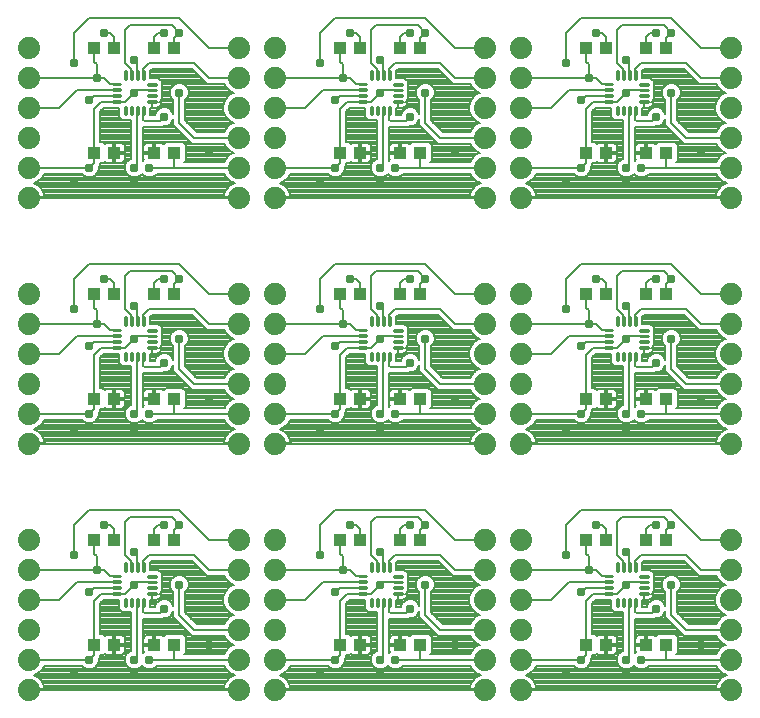
<source format=gtl>
G75*
%MOIN*%
%OFA0B0*%
%FSLAX25Y25*%
%IPPOS*%
%LPD*%
%AMOC8*
5,1,8,0,0,1.08239X$1,22.5*
%
%ADD10C,0.00886*%
%ADD11R,0.04331X0.03937*%
%ADD12C,0.07400*%
%ADD13C,0.00800*%
%ADD14C,0.03100*%
%ADD15C,0.00700*%
D10*
X0037893Y0040944D02*
X0040353Y0040944D01*
X0037893Y0040944D02*
X0037893Y0041238D01*
X0040353Y0041238D01*
X0040353Y0040944D01*
X0040353Y0042913D02*
X0037893Y0042913D01*
X0037893Y0043207D01*
X0040353Y0043207D01*
X0040353Y0042913D01*
X0040353Y0044881D02*
X0037893Y0044881D01*
X0037893Y0045175D01*
X0040353Y0045175D01*
X0040353Y0044881D01*
X0040353Y0046850D02*
X0037893Y0046850D01*
X0037893Y0047144D01*
X0040353Y0047144D01*
X0040353Y0046850D01*
X0042270Y0048728D02*
X0042270Y0051188D01*
X0042270Y0048728D02*
X0041976Y0048728D01*
X0041976Y0051188D01*
X0042270Y0051188D01*
X0042270Y0049613D02*
X0041976Y0049613D01*
X0041976Y0050498D02*
X0042270Y0050498D01*
X0044238Y0051188D02*
X0044238Y0048728D01*
X0043944Y0048728D01*
X0043944Y0051188D01*
X0044238Y0051188D01*
X0044238Y0049613D02*
X0043944Y0049613D01*
X0043944Y0050498D02*
X0044238Y0050498D01*
X0046207Y0051188D02*
X0046207Y0048728D01*
X0045913Y0048728D01*
X0045913Y0051188D01*
X0046207Y0051188D01*
X0046207Y0049613D02*
X0045913Y0049613D01*
X0045913Y0050498D02*
X0046207Y0050498D01*
X0048175Y0051188D02*
X0048175Y0048728D01*
X0047881Y0048728D01*
X0047881Y0051188D01*
X0048175Y0051188D01*
X0048175Y0049613D02*
X0047881Y0049613D01*
X0047881Y0050498D02*
X0048175Y0050498D01*
X0049720Y0047105D02*
X0052180Y0047105D01*
X0052180Y0046811D01*
X0049720Y0046811D01*
X0049720Y0047105D01*
X0049720Y0045136D02*
X0052180Y0045136D01*
X0052180Y0044842D01*
X0049720Y0044842D01*
X0049720Y0045136D01*
X0049720Y0043168D02*
X0052180Y0043168D01*
X0052180Y0042874D01*
X0049720Y0042874D01*
X0049720Y0043168D01*
X0049720Y0041199D02*
X0052180Y0041199D01*
X0052180Y0040905D01*
X0049720Y0040905D01*
X0049720Y0041199D01*
X0047881Y0039361D02*
X0047881Y0036901D01*
X0047881Y0039361D02*
X0048175Y0039361D01*
X0048175Y0036901D01*
X0047881Y0036901D01*
X0047881Y0037786D02*
X0048175Y0037786D01*
X0048175Y0038671D02*
X0047881Y0038671D01*
X0045913Y0039361D02*
X0045913Y0036901D01*
X0045913Y0039361D02*
X0046207Y0039361D01*
X0046207Y0036901D01*
X0045913Y0036901D01*
X0045913Y0037786D02*
X0046207Y0037786D01*
X0046207Y0038671D02*
X0045913Y0038671D01*
X0043944Y0039361D02*
X0043944Y0036901D01*
X0043944Y0039361D02*
X0044238Y0039361D01*
X0044238Y0036901D01*
X0043944Y0036901D01*
X0043944Y0037786D02*
X0044238Y0037786D01*
X0044238Y0038671D02*
X0043944Y0038671D01*
X0041976Y0039361D02*
X0041976Y0036901D01*
X0041976Y0039361D02*
X0042270Y0039361D01*
X0042270Y0036901D01*
X0041976Y0036901D01*
X0041976Y0037786D02*
X0042270Y0037786D01*
X0042270Y0038671D02*
X0041976Y0038671D01*
X0119893Y0040944D02*
X0122353Y0040944D01*
X0119893Y0040944D02*
X0119893Y0041238D01*
X0122353Y0041238D01*
X0122353Y0040944D01*
X0122353Y0042913D02*
X0119893Y0042913D01*
X0119893Y0043207D01*
X0122353Y0043207D01*
X0122353Y0042913D01*
X0122353Y0044881D02*
X0119893Y0044881D01*
X0119893Y0045175D01*
X0122353Y0045175D01*
X0122353Y0044881D01*
X0122353Y0046850D02*
X0119893Y0046850D01*
X0119893Y0047144D01*
X0122353Y0047144D01*
X0122353Y0046850D01*
X0124270Y0048728D02*
X0124270Y0051188D01*
X0124270Y0048728D02*
X0123976Y0048728D01*
X0123976Y0051188D01*
X0124270Y0051188D01*
X0124270Y0049613D02*
X0123976Y0049613D01*
X0123976Y0050498D02*
X0124270Y0050498D01*
X0126238Y0051188D02*
X0126238Y0048728D01*
X0125944Y0048728D01*
X0125944Y0051188D01*
X0126238Y0051188D01*
X0126238Y0049613D02*
X0125944Y0049613D01*
X0125944Y0050498D02*
X0126238Y0050498D01*
X0128207Y0051188D02*
X0128207Y0048728D01*
X0127913Y0048728D01*
X0127913Y0051188D01*
X0128207Y0051188D01*
X0128207Y0049613D02*
X0127913Y0049613D01*
X0127913Y0050498D02*
X0128207Y0050498D01*
X0130175Y0051188D02*
X0130175Y0048728D01*
X0129881Y0048728D01*
X0129881Y0051188D01*
X0130175Y0051188D01*
X0130175Y0049613D02*
X0129881Y0049613D01*
X0129881Y0050498D02*
X0130175Y0050498D01*
X0131720Y0047105D02*
X0134180Y0047105D01*
X0134180Y0046811D01*
X0131720Y0046811D01*
X0131720Y0047105D01*
X0131720Y0045136D02*
X0134180Y0045136D01*
X0134180Y0044842D01*
X0131720Y0044842D01*
X0131720Y0045136D01*
X0131720Y0043168D02*
X0134180Y0043168D01*
X0134180Y0042874D01*
X0131720Y0042874D01*
X0131720Y0043168D01*
X0131720Y0041199D02*
X0134180Y0041199D01*
X0134180Y0040905D01*
X0131720Y0040905D01*
X0131720Y0041199D01*
X0129881Y0039361D02*
X0129881Y0036901D01*
X0129881Y0039361D02*
X0130175Y0039361D01*
X0130175Y0036901D01*
X0129881Y0036901D01*
X0129881Y0037786D02*
X0130175Y0037786D01*
X0130175Y0038671D02*
X0129881Y0038671D01*
X0127913Y0039361D02*
X0127913Y0036901D01*
X0127913Y0039361D02*
X0128207Y0039361D01*
X0128207Y0036901D01*
X0127913Y0036901D01*
X0127913Y0037786D02*
X0128207Y0037786D01*
X0128207Y0038671D02*
X0127913Y0038671D01*
X0125944Y0039361D02*
X0125944Y0036901D01*
X0125944Y0039361D02*
X0126238Y0039361D01*
X0126238Y0036901D01*
X0125944Y0036901D01*
X0125944Y0037786D02*
X0126238Y0037786D01*
X0126238Y0038671D02*
X0125944Y0038671D01*
X0123976Y0039361D02*
X0123976Y0036901D01*
X0123976Y0039361D02*
X0124270Y0039361D01*
X0124270Y0036901D01*
X0123976Y0036901D01*
X0123976Y0037786D02*
X0124270Y0037786D01*
X0124270Y0038671D02*
X0123976Y0038671D01*
X0201893Y0040944D02*
X0204353Y0040944D01*
X0201893Y0040944D02*
X0201893Y0041238D01*
X0204353Y0041238D01*
X0204353Y0040944D01*
X0204353Y0042913D02*
X0201893Y0042913D01*
X0201893Y0043207D01*
X0204353Y0043207D01*
X0204353Y0042913D01*
X0204353Y0044881D02*
X0201893Y0044881D01*
X0201893Y0045175D01*
X0204353Y0045175D01*
X0204353Y0044881D01*
X0204353Y0046850D02*
X0201893Y0046850D01*
X0201893Y0047144D01*
X0204353Y0047144D01*
X0204353Y0046850D01*
X0206270Y0048728D02*
X0206270Y0051188D01*
X0206270Y0048728D02*
X0205976Y0048728D01*
X0205976Y0051188D01*
X0206270Y0051188D01*
X0206270Y0049613D02*
X0205976Y0049613D01*
X0205976Y0050498D02*
X0206270Y0050498D01*
X0208238Y0051188D02*
X0208238Y0048728D01*
X0207944Y0048728D01*
X0207944Y0051188D01*
X0208238Y0051188D01*
X0208238Y0049613D02*
X0207944Y0049613D01*
X0207944Y0050498D02*
X0208238Y0050498D01*
X0210207Y0051188D02*
X0210207Y0048728D01*
X0209913Y0048728D01*
X0209913Y0051188D01*
X0210207Y0051188D01*
X0210207Y0049613D02*
X0209913Y0049613D01*
X0209913Y0050498D02*
X0210207Y0050498D01*
X0212175Y0051188D02*
X0212175Y0048728D01*
X0211881Y0048728D01*
X0211881Y0051188D01*
X0212175Y0051188D01*
X0212175Y0049613D02*
X0211881Y0049613D01*
X0211881Y0050498D02*
X0212175Y0050498D01*
X0213720Y0047105D02*
X0216180Y0047105D01*
X0216180Y0046811D01*
X0213720Y0046811D01*
X0213720Y0047105D01*
X0213720Y0045136D02*
X0216180Y0045136D01*
X0216180Y0044842D01*
X0213720Y0044842D01*
X0213720Y0045136D01*
X0213720Y0043168D02*
X0216180Y0043168D01*
X0216180Y0042874D01*
X0213720Y0042874D01*
X0213720Y0043168D01*
X0213720Y0041199D02*
X0216180Y0041199D01*
X0216180Y0040905D01*
X0213720Y0040905D01*
X0213720Y0041199D01*
X0211881Y0039361D02*
X0211881Y0036901D01*
X0211881Y0039361D02*
X0212175Y0039361D01*
X0212175Y0036901D01*
X0211881Y0036901D01*
X0211881Y0037786D02*
X0212175Y0037786D01*
X0212175Y0038671D02*
X0211881Y0038671D01*
X0209913Y0039361D02*
X0209913Y0036901D01*
X0209913Y0039361D02*
X0210207Y0039361D01*
X0210207Y0036901D01*
X0209913Y0036901D01*
X0209913Y0037786D02*
X0210207Y0037786D01*
X0210207Y0038671D02*
X0209913Y0038671D01*
X0207944Y0039361D02*
X0207944Y0036901D01*
X0207944Y0039361D02*
X0208238Y0039361D01*
X0208238Y0036901D01*
X0207944Y0036901D01*
X0207944Y0037786D02*
X0208238Y0037786D01*
X0208238Y0038671D02*
X0207944Y0038671D01*
X0205976Y0039361D02*
X0205976Y0036901D01*
X0205976Y0039361D02*
X0206270Y0039361D01*
X0206270Y0036901D01*
X0205976Y0036901D01*
X0205976Y0037786D02*
X0206270Y0037786D01*
X0206270Y0038671D02*
X0205976Y0038671D01*
X0205976Y0118901D02*
X0205976Y0121361D01*
X0206270Y0121361D01*
X0206270Y0118901D01*
X0205976Y0118901D01*
X0205976Y0119786D02*
X0206270Y0119786D01*
X0206270Y0120671D02*
X0205976Y0120671D01*
X0207944Y0121361D02*
X0207944Y0118901D01*
X0207944Y0121361D02*
X0208238Y0121361D01*
X0208238Y0118901D01*
X0207944Y0118901D01*
X0207944Y0119786D02*
X0208238Y0119786D01*
X0208238Y0120671D02*
X0207944Y0120671D01*
X0209913Y0121361D02*
X0209913Y0118901D01*
X0209913Y0121361D02*
X0210207Y0121361D01*
X0210207Y0118901D01*
X0209913Y0118901D01*
X0209913Y0119786D02*
X0210207Y0119786D01*
X0210207Y0120671D02*
X0209913Y0120671D01*
X0211881Y0121361D02*
X0211881Y0118901D01*
X0211881Y0121361D02*
X0212175Y0121361D01*
X0212175Y0118901D01*
X0211881Y0118901D01*
X0211881Y0119786D02*
X0212175Y0119786D01*
X0212175Y0120671D02*
X0211881Y0120671D01*
X0213720Y0123199D02*
X0216180Y0123199D01*
X0216180Y0122905D01*
X0213720Y0122905D01*
X0213720Y0123199D01*
X0213720Y0125168D02*
X0216180Y0125168D01*
X0216180Y0124874D01*
X0213720Y0124874D01*
X0213720Y0125168D01*
X0213720Y0127136D02*
X0216180Y0127136D01*
X0216180Y0126842D01*
X0213720Y0126842D01*
X0213720Y0127136D01*
X0213720Y0129105D02*
X0216180Y0129105D01*
X0216180Y0128811D01*
X0213720Y0128811D01*
X0213720Y0129105D01*
X0212175Y0130728D02*
X0212175Y0133188D01*
X0212175Y0130728D02*
X0211881Y0130728D01*
X0211881Y0133188D01*
X0212175Y0133188D01*
X0212175Y0131613D02*
X0211881Y0131613D01*
X0211881Y0132498D02*
X0212175Y0132498D01*
X0210207Y0133188D02*
X0210207Y0130728D01*
X0209913Y0130728D01*
X0209913Y0133188D01*
X0210207Y0133188D01*
X0210207Y0131613D02*
X0209913Y0131613D01*
X0209913Y0132498D02*
X0210207Y0132498D01*
X0208238Y0133188D02*
X0208238Y0130728D01*
X0207944Y0130728D01*
X0207944Y0133188D01*
X0208238Y0133188D01*
X0208238Y0131613D02*
X0207944Y0131613D01*
X0207944Y0132498D02*
X0208238Y0132498D01*
X0206270Y0133188D02*
X0206270Y0130728D01*
X0205976Y0130728D01*
X0205976Y0133188D01*
X0206270Y0133188D01*
X0206270Y0131613D02*
X0205976Y0131613D01*
X0205976Y0132498D02*
X0206270Y0132498D01*
X0204353Y0128850D02*
X0201893Y0128850D01*
X0201893Y0129144D01*
X0204353Y0129144D01*
X0204353Y0128850D01*
X0204353Y0126881D02*
X0201893Y0126881D01*
X0201893Y0127175D01*
X0204353Y0127175D01*
X0204353Y0126881D01*
X0204353Y0124913D02*
X0201893Y0124913D01*
X0201893Y0125207D01*
X0204353Y0125207D01*
X0204353Y0124913D01*
X0204353Y0122944D02*
X0201893Y0122944D01*
X0201893Y0123238D01*
X0204353Y0123238D01*
X0204353Y0122944D01*
X0134180Y0123199D02*
X0131720Y0123199D01*
X0134180Y0123199D02*
X0134180Y0122905D01*
X0131720Y0122905D01*
X0131720Y0123199D01*
X0131720Y0125168D02*
X0134180Y0125168D01*
X0134180Y0124874D01*
X0131720Y0124874D01*
X0131720Y0125168D01*
X0131720Y0127136D02*
X0134180Y0127136D01*
X0134180Y0126842D01*
X0131720Y0126842D01*
X0131720Y0127136D01*
X0131720Y0129105D02*
X0134180Y0129105D01*
X0134180Y0128811D01*
X0131720Y0128811D01*
X0131720Y0129105D01*
X0130175Y0130728D02*
X0130175Y0133188D01*
X0130175Y0130728D02*
X0129881Y0130728D01*
X0129881Y0133188D01*
X0130175Y0133188D01*
X0130175Y0131613D02*
X0129881Y0131613D01*
X0129881Y0132498D02*
X0130175Y0132498D01*
X0128207Y0133188D02*
X0128207Y0130728D01*
X0127913Y0130728D01*
X0127913Y0133188D01*
X0128207Y0133188D01*
X0128207Y0131613D02*
X0127913Y0131613D01*
X0127913Y0132498D02*
X0128207Y0132498D01*
X0126238Y0133188D02*
X0126238Y0130728D01*
X0125944Y0130728D01*
X0125944Y0133188D01*
X0126238Y0133188D01*
X0126238Y0131613D02*
X0125944Y0131613D01*
X0125944Y0132498D02*
X0126238Y0132498D01*
X0124270Y0133188D02*
X0124270Y0130728D01*
X0123976Y0130728D01*
X0123976Y0133188D01*
X0124270Y0133188D01*
X0124270Y0131613D02*
X0123976Y0131613D01*
X0123976Y0132498D02*
X0124270Y0132498D01*
X0122353Y0128850D02*
X0119893Y0128850D01*
X0119893Y0129144D01*
X0122353Y0129144D01*
X0122353Y0128850D01*
X0122353Y0126881D02*
X0119893Y0126881D01*
X0119893Y0127175D01*
X0122353Y0127175D01*
X0122353Y0126881D01*
X0122353Y0124913D02*
X0119893Y0124913D01*
X0119893Y0125207D01*
X0122353Y0125207D01*
X0122353Y0124913D01*
X0122353Y0122944D02*
X0119893Y0122944D01*
X0119893Y0123238D01*
X0122353Y0123238D01*
X0122353Y0122944D01*
X0123976Y0121361D02*
X0123976Y0118901D01*
X0123976Y0121361D02*
X0124270Y0121361D01*
X0124270Y0118901D01*
X0123976Y0118901D01*
X0123976Y0119786D02*
X0124270Y0119786D01*
X0124270Y0120671D02*
X0123976Y0120671D01*
X0125944Y0121361D02*
X0125944Y0118901D01*
X0125944Y0121361D02*
X0126238Y0121361D01*
X0126238Y0118901D01*
X0125944Y0118901D01*
X0125944Y0119786D02*
X0126238Y0119786D01*
X0126238Y0120671D02*
X0125944Y0120671D01*
X0127913Y0121361D02*
X0127913Y0118901D01*
X0127913Y0121361D02*
X0128207Y0121361D01*
X0128207Y0118901D01*
X0127913Y0118901D01*
X0127913Y0119786D02*
X0128207Y0119786D01*
X0128207Y0120671D02*
X0127913Y0120671D01*
X0129881Y0121361D02*
X0129881Y0118901D01*
X0129881Y0121361D02*
X0130175Y0121361D01*
X0130175Y0118901D01*
X0129881Y0118901D01*
X0129881Y0119786D02*
X0130175Y0119786D01*
X0130175Y0120671D02*
X0129881Y0120671D01*
X0052180Y0123199D02*
X0049720Y0123199D01*
X0052180Y0123199D02*
X0052180Y0122905D01*
X0049720Y0122905D01*
X0049720Y0123199D01*
X0049720Y0125168D02*
X0052180Y0125168D01*
X0052180Y0124874D01*
X0049720Y0124874D01*
X0049720Y0125168D01*
X0049720Y0127136D02*
X0052180Y0127136D01*
X0052180Y0126842D01*
X0049720Y0126842D01*
X0049720Y0127136D01*
X0049720Y0129105D02*
X0052180Y0129105D01*
X0052180Y0128811D01*
X0049720Y0128811D01*
X0049720Y0129105D01*
X0048175Y0130728D02*
X0048175Y0133188D01*
X0048175Y0130728D02*
X0047881Y0130728D01*
X0047881Y0133188D01*
X0048175Y0133188D01*
X0048175Y0131613D02*
X0047881Y0131613D01*
X0047881Y0132498D02*
X0048175Y0132498D01*
X0046207Y0133188D02*
X0046207Y0130728D01*
X0045913Y0130728D01*
X0045913Y0133188D01*
X0046207Y0133188D01*
X0046207Y0131613D02*
X0045913Y0131613D01*
X0045913Y0132498D02*
X0046207Y0132498D01*
X0044238Y0133188D02*
X0044238Y0130728D01*
X0043944Y0130728D01*
X0043944Y0133188D01*
X0044238Y0133188D01*
X0044238Y0131613D02*
X0043944Y0131613D01*
X0043944Y0132498D02*
X0044238Y0132498D01*
X0042270Y0133188D02*
X0042270Y0130728D01*
X0041976Y0130728D01*
X0041976Y0133188D01*
X0042270Y0133188D01*
X0042270Y0131613D02*
X0041976Y0131613D01*
X0041976Y0132498D02*
X0042270Y0132498D01*
X0040353Y0128850D02*
X0037893Y0128850D01*
X0037893Y0129144D01*
X0040353Y0129144D01*
X0040353Y0128850D01*
X0040353Y0126881D02*
X0037893Y0126881D01*
X0037893Y0127175D01*
X0040353Y0127175D01*
X0040353Y0126881D01*
X0040353Y0124913D02*
X0037893Y0124913D01*
X0037893Y0125207D01*
X0040353Y0125207D01*
X0040353Y0124913D01*
X0040353Y0122944D02*
X0037893Y0122944D01*
X0037893Y0123238D01*
X0040353Y0123238D01*
X0040353Y0122944D01*
X0041976Y0121361D02*
X0041976Y0118901D01*
X0041976Y0121361D02*
X0042270Y0121361D01*
X0042270Y0118901D01*
X0041976Y0118901D01*
X0041976Y0119786D02*
X0042270Y0119786D01*
X0042270Y0120671D02*
X0041976Y0120671D01*
X0043944Y0121361D02*
X0043944Y0118901D01*
X0043944Y0121361D02*
X0044238Y0121361D01*
X0044238Y0118901D01*
X0043944Y0118901D01*
X0043944Y0119786D02*
X0044238Y0119786D01*
X0044238Y0120671D02*
X0043944Y0120671D01*
X0045913Y0121361D02*
X0045913Y0118901D01*
X0045913Y0121361D02*
X0046207Y0121361D01*
X0046207Y0118901D01*
X0045913Y0118901D01*
X0045913Y0119786D02*
X0046207Y0119786D01*
X0046207Y0120671D02*
X0045913Y0120671D01*
X0047881Y0121361D02*
X0047881Y0118901D01*
X0047881Y0121361D02*
X0048175Y0121361D01*
X0048175Y0118901D01*
X0047881Y0118901D01*
X0047881Y0119786D02*
X0048175Y0119786D01*
X0048175Y0120671D02*
X0047881Y0120671D01*
X0047881Y0200901D02*
X0047881Y0203361D01*
X0048175Y0203361D01*
X0048175Y0200901D01*
X0047881Y0200901D01*
X0047881Y0201786D02*
X0048175Y0201786D01*
X0048175Y0202671D02*
X0047881Y0202671D01*
X0045913Y0203361D02*
X0045913Y0200901D01*
X0045913Y0203361D02*
X0046207Y0203361D01*
X0046207Y0200901D01*
X0045913Y0200901D01*
X0045913Y0201786D02*
X0046207Y0201786D01*
X0046207Y0202671D02*
X0045913Y0202671D01*
X0043944Y0203361D02*
X0043944Y0200901D01*
X0043944Y0203361D02*
X0044238Y0203361D01*
X0044238Y0200901D01*
X0043944Y0200901D01*
X0043944Y0201786D02*
X0044238Y0201786D01*
X0044238Y0202671D02*
X0043944Y0202671D01*
X0041976Y0203361D02*
X0041976Y0200901D01*
X0041976Y0203361D02*
X0042270Y0203361D01*
X0042270Y0200901D01*
X0041976Y0200901D01*
X0041976Y0201786D02*
X0042270Y0201786D01*
X0042270Y0202671D02*
X0041976Y0202671D01*
X0040353Y0204944D02*
X0037893Y0204944D01*
X0037893Y0205238D01*
X0040353Y0205238D01*
X0040353Y0204944D01*
X0040353Y0206913D02*
X0037893Y0206913D01*
X0037893Y0207207D01*
X0040353Y0207207D01*
X0040353Y0206913D01*
X0040353Y0208881D02*
X0037893Y0208881D01*
X0037893Y0209175D01*
X0040353Y0209175D01*
X0040353Y0208881D01*
X0040353Y0210850D02*
X0037893Y0210850D01*
X0037893Y0211144D01*
X0040353Y0211144D01*
X0040353Y0210850D01*
X0042270Y0212728D02*
X0042270Y0215188D01*
X0042270Y0212728D02*
X0041976Y0212728D01*
X0041976Y0215188D01*
X0042270Y0215188D01*
X0042270Y0213613D02*
X0041976Y0213613D01*
X0041976Y0214498D02*
X0042270Y0214498D01*
X0044238Y0215188D02*
X0044238Y0212728D01*
X0043944Y0212728D01*
X0043944Y0215188D01*
X0044238Y0215188D01*
X0044238Y0213613D02*
X0043944Y0213613D01*
X0043944Y0214498D02*
X0044238Y0214498D01*
X0046207Y0215188D02*
X0046207Y0212728D01*
X0045913Y0212728D01*
X0045913Y0215188D01*
X0046207Y0215188D01*
X0046207Y0213613D02*
X0045913Y0213613D01*
X0045913Y0214498D02*
X0046207Y0214498D01*
X0048175Y0215188D02*
X0048175Y0212728D01*
X0047881Y0212728D01*
X0047881Y0215188D01*
X0048175Y0215188D01*
X0048175Y0213613D02*
X0047881Y0213613D01*
X0047881Y0214498D02*
X0048175Y0214498D01*
X0049720Y0211105D02*
X0052180Y0211105D01*
X0052180Y0210811D01*
X0049720Y0210811D01*
X0049720Y0211105D01*
X0049720Y0209136D02*
X0052180Y0209136D01*
X0052180Y0208842D01*
X0049720Y0208842D01*
X0049720Y0209136D01*
X0049720Y0207168D02*
X0052180Y0207168D01*
X0052180Y0206874D01*
X0049720Y0206874D01*
X0049720Y0207168D01*
X0049720Y0205199D02*
X0052180Y0205199D01*
X0052180Y0204905D01*
X0049720Y0204905D01*
X0049720Y0205199D01*
X0119893Y0204944D02*
X0122353Y0204944D01*
X0119893Y0204944D02*
X0119893Y0205238D01*
X0122353Y0205238D01*
X0122353Y0204944D01*
X0122353Y0206913D02*
X0119893Y0206913D01*
X0119893Y0207207D01*
X0122353Y0207207D01*
X0122353Y0206913D01*
X0122353Y0208881D02*
X0119893Y0208881D01*
X0119893Y0209175D01*
X0122353Y0209175D01*
X0122353Y0208881D01*
X0122353Y0210850D02*
X0119893Y0210850D01*
X0119893Y0211144D01*
X0122353Y0211144D01*
X0122353Y0210850D01*
X0124270Y0212728D02*
X0124270Y0215188D01*
X0124270Y0212728D02*
X0123976Y0212728D01*
X0123976Y0215188D01*
X0124270Y0215188D01*
X0124270Y0213613D02*
X0123976Y0213613D01*
X0123976Y0214498D02*
X0124270Y0214498D01*
X0126238Y0215188D02*
X0126238Y0212728D01*
X0125944Y0212728D01*
X0125944Y0215188D01*
X0126238Y0215188D01*
X0126238Y0213613D02*
X0125944Y0213613D01*
X0125944Y0214498D02*
X0126238Y0214498D01*
X0128207Y0215188D02*
X0128207Y0212728D01*
X0127913Y0212728D01*
X0127913Y0215188D01*
X0128207Y0215188D01*
X0128207Y0213613D02*
X0127913Y0213613D01*
X0127913Y0214498D02*
X0128207Y0214498D01*
X0130175Y0215188D02*
X0130175Y0212728D01*
X0129881Y0212728D01*
X0129881Y0215188D01*
X0130175Y0215188D01*
X0130175Y0213613D02*
X0129881Y0213613D01*
X0129881Y0214498D02*
X0130175Y0214498D01*
X0131720Y0211105D02*
X0134180Y0211105D01*
X0134180Y0210811D01*
X0131720Y0210811D01*
X0131720Y0211105D01*
X0131720Y0209136D02*
X0134180Y0209136D01*
X0134180Y0208842D01*
X0131720Y0208842D01*
X0131720Y0209136D01*
X0131720Y0207168D02*
X0134180Y0207168D01*
X0134180Y0206874D01*
X0131720Y0206874D01*
X0131720Y0207168D01*
X0131720Y0205199D02*
X0134180Y0205199D01*
X0134180Y0204905D01*
X0131720Y0204905D01*
X0131720Y0205199D01*
X0129881Y0203361D02*
X0129881Y0200901D01*
X0129881Y0203361D02*
X0130175Y0203361D01*
X0130175Y0200901D01*
X0129881Y0200901D01*
X0129881Y0201786D02*
X0130175Y0201786D01*
X0130175Y0202671D02*
X0129881Y0202671D01*
X0127913Y0203361D02*
X0127913Y0200901D01*
X0127913Y0203361D02*
X0128207Y0203361D01*
X0128207Y0200901D01*
X0127913Y0200901D01*
X0127913Y0201786D02*
X0128207Y0201786D01*
X0128207Y0202671D02*
X0127913Y0202671D01*
X0125944Y0203361D02*
X0125944Y0200901D01*
X0125944Y0203361D02*
X0126238Y0203361D01*
X0126238Y0200901D01*
X0125944Y0200901D01*
X0125944Y0201786D02*
X0126238Y0201786D01*
X0126238Y0202671D02*
X0125944Y0202671D01*
X0123976Y0203361D02*
X0123976Y0200901D01*
X0123976Y0203361D02*
X0124270Y0203361D01*
X0124270Y0200901D01*
X0123976Y0200901D01*
X0123976Y0201786D02*
X0124270Y0201786D01*
X0124270Y0202671D02*
X0123976Y0202671D01*
X0201893Y0204944D02*
X0204353Y0204944D01*
X0201893Y0204944D02*
X0201893Y0205238D01*
X0204353Y0205238D01*
X0204353Y0204944D01*
X0204353Y0206913D02*
X0201893Y0206913D01*
X0201893Y0207207D01*
X0204353Y0207207D01*
X0204353Y0206913D01*
X0204353Y0208881D02*
X0201893Y0208881D01*
X0201893Y0209175D01*
X0204353Y0209175D01*
X0204353Y0208881D01*
X0204353Y0210850D02*
X0201893Y0210850D01*
X0201893Y0211144D01*
X0204353Y0211144D01*
X0204353Y0210850D01*
X0206270Y0212728D02*
X0206270Y0215188D01*
X0206270Y0212728D02*
X0205976Y0212728D01*
X0205976Y0215188D01*
X0206270Y0215188D01*
X0206270Y0213613D02*
X0205976Y0213613D01*
X0205976Y0214498D02*
X0206270Y0214498D01*
X0208238Y0215188D02*
X0208238Y0212728D01*
X0207944Y0212728D01*
X0207944Y0215188D01*
X0208238Y0215188D01*
X0208238Y0213613D02*
X0207944Y0213613D01*
X0207944Y0214498D02*
X0208238Y0214498D01*
X0210207Y0215188D02*
X0210207Y0212728D01*
X0209913Y0212728D01*
X0209913Y0215188D01*
X0210207Y0215188D01*
X0210207Y0213613D02*
X0209913Y0213613D01*
X0209913Y0214498D02*
X0210207Y0214498D01*
X0212175Y0215188D02*
X0212175Y0212728D01*
X0211881Y0212728D01*
X0211881Y0215188D01*
X0212175Y0215188D01*
X0212175Y0213613D02*
X0211881Y0213613D01*
X0211881Y0214498D02*
X0212175Y0214498D01*
X0213720Y0211105D02*
X0216180Y0211105D01*
X0216180Y0210811D01*
X0213720Y0210811D01*
X0213720Y0211105D01*
X0213720Y0209136D02*
X0216180Y0209136D01*
X0216180Y0208842D01*
X0213720Y0208842D01*
X0213720Y0209136D01*
X0213720Y0207168D02*
X0216180Y0207168D01*
X0216180Y0206874D01*
X0213720Y0206874D01*
X0213720Y0207168D01*
X0213720Y0205199D02*
X0216180Y0205199D01*
X0216180Y0204905D01*
X0213720Y0204905D01*
X0213720Y0205199D01*
X0211881Y0203361D02*
X0211881Y0200901D01*
X0211881Y0203361D02*
X0212175Y0203361D01*
X0212175Y0200901D01*
X0211881Y0200901D01*
X0211881Y0201786D02*
X0212175Y0201786D01*
X0212175Y0202671D02*
X0211881Y0202671D01*
X0209913Y0203361D02*
X0209913Y0200901D01*
X0209913Y0203361D02*
X0210207Y0203361D01*
X0210207Y0200901D01*
X0209913Y0200901D01*
X0209913Y0201786D02*
X0210207Y0201786D01*
X0210207Y0202671D02*
X0209913Y0202671D01*
X0207944Y0203361D02*
X0207944Y0200901D01*
X0207944Y0203361D02*
X0208238Y0203361D01*
X0208238Y0200901D01*
X0207944Y0200901D01*
X0207944Y0201786D02*
X0208238Y0201786D01*
X0208238Y0202671D02*
X0207944Y0202671D01*
X0205976Y0203361D02*
X0205976Y0200901D01*
X0205976Y0203361D02*
X0206270Y0203361D01*
X0206270Y0200901D01*
X0205976Y0200901D01*
X0205976Y0201786D02*
X0206270Y0201786D01*
X0206270Y0202671D02*
X0205976Y0202671D01*
D11*
X0202406Y0188060D03*
X0195714Y0188060D03*
X0215714Y0188060D03*
X0222406Y0188060D03*
X0222406Y0223060D03*
X0215714Y0223060D03*
X0202406Y0223060D03*
X0195714Y0223060D03*
X0140406Y0223060D03*
X0133714Y0223060D03*
X0120406Y0223060D03*
X0113714Y0223060D03*
X0113714Y0188060D03*
X0120406Y0188060D03*
X0133714Y0188060D03*
X0140406Y0188060D03*
X0140406Y0141060D03*
X0133714Y0141060D03*
X0120406Y0141060D03*
X0113714Y0141060D03*
X0113714Y0106060D03*
X0120406Y0106060D03*
X0133714Y0106060D03*
X0140406Y0106060D03*
X0140406Y0059060D03*
X0133714Y0059060D03*
X0120406Y0059060D03*
X0113714Y0059060D03*
X0113714Y0024060D03*
X0120406Y0024060D03*
X0133714Y0024060D03*
X0140406Y0024060D03*
X0195714Y0024060D03*
X0202406Y0024060D03*
X0215714Y0024060D03*
X0222406Y0024060D03*
X0222406Y0059060D03*
X0215714Y0059060D03*
X0202406Y0059060D03*
X0195714Y0059060D03*
X0195714Y0106060D03*
X0202406Y0106060D03*
X0215714Y0106060D03*
X0222406Y0106060D03*
X0222406Y0141060D03*
X0215714Y0141060D03*
X0202406Y0141060D03*
X0195714Y0141060D03*
X0058406Y0141060D03*
X0051714Y0141060D03*
X0038406Y0141060D03*
X0031714Y0141060D03*
X0031714Y0106060D03*
X0038406Y0106060D03*
X0051714Y0106060D03*
X0058406Y0106060D03*
X0058406Y0059060D03*
X0051714Y0059060D03*
X0038406Y0059060D03*
X0031714Y0059060D03*
X0031714Y0024060D03*
X0038406Y0024060D03*
X0051714Y0024060D03*
X0058406Y0024060D03*
X0058406Y0188060D03*
X0051714Y0188060D03*
X0038406Y0188060D03*
X0031714Y0188060D03*
X0031714Y0223060D03*
X0038406Y0223060D03*
X0051714Y0223060D03*
X0058406Y0223060D03*
D12*
X0010060Y0009060D03*
X0010060Y0019060D03*
X0010060Y0029060D03*
X0010060Y0039060D03*
X0010060Y0049060D03*
X0010060Y0059060D03*
X0010060Y0091060D03*
X0010060Y0101060D03*
X0010060Y0111060D03*
X0010060Y0121060D03*
X0010060Y0131060D03*
X0010060Y0141060D03*
X0010060Y0173060D03*
X0010060Y0183060D03*
X0010060Y0193060D03*
X0010060Y0203060D03*
X0010060Y0213060D03*
X0010060Y0223060D03*
X0080060Y0223060D03*
X0080060Y0213060D03*
X0080060Y0203060D03*
X0080060Y0193060D03*
X0080060Y0183060D03*
X0080060Y0173060D03*
X0092060Y0173060D03*
X0092060Y0183060D03*
X0092060Y0193060D03*
X0092060Y0203060D03*
X0092060Y0213060D03*
X0092060Y0223060D03*
X0162060Y0223060D03*
X0162060Y0213060D03*
X0162060Y0203060D03*
X0162060Y0193060D03*
X0162060Y0183060D03*
X0162060Y0173060D03*
X0174060Y0173060D03*
X0174060Y0183060D03*
X0174060Y0193060D03*
X0174060Y0203060D03*
X0174060Y0213060D03*
X0174060Y0223060D03*
X0244060Y0223060D03*
X0244060Y0213060D03*
X0244060Y0203060D03*
X0244060Y0193060D03*
X0244060Y0183060D03*
X0244060Y0173060D03*
X0244060Y0141060D03*
X0244060Y0131060D03*
X0244060Y0121060D03*
X0244060Y0111060D03*
X0244060Y0101060D03*
X0244060Y0091060D03*
X0244060Y0059060D03*
X0244060Y0049060D03*
X0244060Y0039060D03*
X0244060Y0029060D03*
X0244060Y0019060D03*
X0244060Y0009060D03*
X0174060Y0009060D03*
X0174060Y0019060D03*
X0174060Y0029060D03*
X0174060Y0039060D03*
X0174060Y0049060D03*
X0174060Y0059060D03*
X0162060Y0059060D03*
X0162060Y0049060D03*
X0162060Y0039060D03*
X0162060Y0029060D03*
X0162060Y0019060D03*
X0162060Y0009060D03*
X0092060Y0009060D03*
X0092060Y0019060D03*
X0092060Y0029060D03*
X0092060Y0039060D03*
X0092060Y0049060D03*
X0092060Y0059060D03*
X0080060Y0059060D03*
X0080060Y0049060D03*
X0080060Y0039060D03*
X0080060Y0029060D03*
X0080060Y0019060D03*
X0080060Y0009060D03*
X0080060Y0091060D03*
X0080060Y0101060D03*
X0080060Y0111060D03*
X0080060Y0121060D03*
X0080060Y0131060D03*
X0080060Y0141060D03*
X0092060Y0141060D03*
X0092060Y0131060D03*
X0092060Y0121060D03*
X0092060Y0111060D03*
X0092060Y0101060D03*
X0092060Y0091060D03*
X0162060Y0091060D03*
X0162060Y0101060D03*
X0162060Y0111060D03*
X0162060Y0121060D03*
X0162060Y0131060D03*
X0162060Y0141060D03*
X0174060Y0141060D03*
X0174060Y0131060D03*
X0174060Y0121060D03*
X0174060Y0111060D03*
X0174060Y0101060D03*
X0174060Y0091060D03*
D13*
X0174460Y0091098D02*
X0243660Y0091098D01*
X0243660Y0090860D02*
X0174460Y0090860D01*
X0174460Y0091460D01*
X0179160Y0091460D01*
X0179160Y0091461D01*
X0179034Y0092254D01*
X0178786Y0093018D01*
X0178422Y0093733D01*
X0177950Y0094382D01*
X0177382Y0094950D01*
X0176733Y0095422D01*
X0176018Y0095786D01*
X0175547Y0095939D01*
X0177062Y0096567D01*
X0178553Y0098058D01*
X0178989Y0099110D01*
X0191555Y0099110D01*
X0192276Y0098390D01*
X0193433Y0097910D01*
X0194687Y0097910D01*
X0195844Y0098390D01*
X0196730Y0099276D01*
X0197210Y0100433D01*
X0197210Y0101452D01*
X0197664Y0101906D01*
X0197664Y0102491D01*
X0198542Y0102491D01*
X0199201Y0103151D01*
X0199381Y0102971D01*
X0199701Y0102787D01*
X0200057Y0102691D01*
X0202006Y0102691D01*
X0202006Y0105660D01*
X0202806Y0105660D01*
X0202806Y0102691D01*
X0204756Y0102691D01*
X0205112Y0102787D01*
X0205431Y0102971D01*
X0205692Y0103232D01*
X0205876Y0103551D01*
X0205972Y0103907D01*
X0205972Y0105660D01*
X0202806Y0105660D01*
X0202806Y0106460D01*
X0202006Y0106460D01*
X0202006Y0109428D01*
X0200057Y0109428D01*
X0199701Y0109333D01*
X0199381Y0109149D01*
X0199201Y0108969D01*
X0198542Y0109628D01*
X0197664Y0109628D01*
X0197664Y0119906D01*
X0198899Y0121141D01*
X0200806Y0121141D01*
X0201046Y0120901D01*
X0203932Y0120901D01*
X0203932Y0118054D01*
X0205129Y0116858D01*
X0208110Y0116858D01*
X0208110Y0104076D01*
X0207276Y0103730D01*
X0206390Y0102844D01*
X0205910Y0101687D01*
X0205910Y0100433D01*
X0206390Y0099276D01*
X0207276Y0098390D01*
X0208433Y0097910D01*
X0209687Y0097910D01*
X0210844Y0098390D01*
X0211560Y0099105D01*
X0212276Y0098390D01*
X0213433Y0097910D01*
X0214687Y0097910D01*
X0215844Y0098390D01*
X0216565Y0099110D01*
X0239131Y0099110D01*
X0239567Y0098058D01*
X0241058Y0096567D01*
X0242573Y0095939D01*
X0242102Y0095786D01*
X0241387Y0095422D01*
X0240738Y0094950D01*
X0240170Y0094382D01*
X0239698Y0093733D01*
X0239334Y0093018D01*
X0239086Y0092254D01*
X0238960Y0091461D01*
X0238960Y0091460D01*
X0243660Y0091460D01*
X0243660Y0090860D01*
X0239576Y0093493D02*
X0178544Y0093493D01*
X0178891Y0092695D02*
X0239229Y0092695D01*
X0239029Y0091896D02*
X0179091Y0091896D01*
X0178016Y0094292D02*
X0240104Y0094292D01*
X0240931Y0095090D02*
X0177189Y0095090D01*
X0177183Y0096687D02*
X0240937Y0096687D01*
X0240139Y0097486D02*
X0177981Y0097486D01*
X0178647Y0098284D02*
X0192530Y0098284D01*
X0191582Y0099083D02*
X0178978Y0099083D01*
X0175702Y0095889D02*
X0242418Y0095889D01*
X0239473Y0098284D02*
X0215590Y0098284D01*
X0216538Y0099083D02*
X0239142Y0099083D01*
X0239131Y0103010D02*
X0225753Y0103010D01*
X0226172Y0103429D01*
X0226172Y0108691D01*
X0225235Y0109628D01*
X0219578Y0109628D01*
X0218919Y0108969D01*
X0218738Y0109149D01*
X0218419Y0109333D01*
X0218063Y0109428D01*
X0216113Y0109428D01*
X0216113Y0106460D01*
X0215314Y0106460D01*
X0215314Y0109428D01*
X0213364Y0109428D01*
X0213008Y0109333D01*
X0212689Y0109149D01*
X0212428Y0108888D01*
X0212244Y0108569D01*
X0212148Y0108213D01*
X0212148Y0106460D01*
X0215313Y0106460D01*
X0215313Y0105660D01*
X0212148Y0105660D01*
X0212148Y0103907D01*
X0212212Y0103667D01*
X0212010Y0103465D01*
X0212010Y0114610D01*
X0218368Y0114610D01*
X0218668Y0114910D01*
X0219687Y0114910D01*
X0220844Y0115390D01*
X0221730Y0116276D01*
X0222110Y0117192D01*
X0222110Y0115252D01*
X0223252Y0114110D01*
X0228252Y0109110D01*
X0239131Y0109110D01*
X0239567Y0108058D01*
X0241058Y0106567D01*
X0242282Y0106060D01*
X0241058Y0105553D01*
X0239567Y0104062D01*
X0239131Y0103010D01*
X0239158Y0103075D02*
X0225818Y0103075D01*
X0226172Y0103874D02*
X0239489Y0103874D01*
X0240177Y0104672D02*
X0226172Y0104672D01*
X0226172Y0105471D02*
X0240976Y0105471D01*
X0241776Y0106269D02*
X0226172Y0106269D01*
X0226172Y0107068D02*
X0240557Y0107068D01*
X0239758Y0107866D02*
X0226172Y0107866D01*
X0226172Y0108665D02*
X0239315Y0108665D01*
X0239131Y0113010D02*
X0229868Y0113010D01*
X0226010Y0116868D01*
X0226010Y0123555D01*
X0226730Y0124276D01*
X0227210Y0125433D01*
X0227210Y0126687D01*
X0226730Y0127844D01*
X0225844Y0128730D01*
X0224687Y0129210D01*
X0223433Y0129210D01*
X0222276Y0128730D01*
X0221390Y0127844D01*
X0220910Y0126687D01*
X0220910Y0125433D01*
X0221390Y0124276D01*
X0222110Y0123555D01*
X0222110Y0118928D01*
X0221730Y0119844D01*
X0221731Y0119844D02*
X0222110Y0119844D01*
X0221730Y0119844D02*
X0220844Y0120730D01*
X0219687Y0121210D01*
X0218433Y0121210D01*
X0217276Y0120730D01*
X0216390Y0119844D01*
X0216389Y0119844D02*
X0214219Y0119844D01*
X0214219Y0119046D02*
X0216059Y0119046D01*
X0215910Y0118687D02*
X0215910Y0118510D01*
X0214219Y0118510D01*
X0214219Y0121062D01*
X0214950Y0121062D01*
X0216423Y0121062D01*
X0216891Y0121187D01*
X0217312Y0121430D01*
X0217655Y0121773D01*
X0217897Y0122193D01*
X0218023Y0122662D01*
X0218023Y0123052D01*
X0217248Y0123052D01*
X0217248Y0123052D01*
X0218023Y0123052D01*
X0218023Y0123442D01*
X0217942Y0123746D01*
X0218223Y0124027D01*
X0218223Y0129951D01*
X0217026Y0131148D01*
X0214219Y0131148D01*
X0214219Y0133461D01*
X0214868Y0134110D01*
X0228252Y0134110D01*
X0232110Y0130252D01*
X0233252Y0129110D01*
X0239131Y0129110D01*
X0239567Y0128058D01*
X0241058Y0126567D01*
X0242282Y0126060D01*
X0241058Y0125553D01*
X0239567Y0124062D01*
X0238760Y0122114D01*
X0238760Y0120006D01*
X0239567Y0118058D01*
X0241058Y0116567D01*
X0242282Y0116060D01*
X0241058Y0115553D01*
X0239567Y0114062D01*
X0239131Y0113010D01*
X0239316Y0113456D02*
X0229422Y0113456D01*
X0228623Y0114255D02*
X0239759Y0114255D01*
X0240558Y0115053D02*
X0227825Y0115053D01*
X0227026Y0115852D02*
X0241778Y0115852D01*
X0240975Y0116650D02*
X0226228Y0116650D01*
X0226010Y0117449D02*
X0240176Y0117449D01*
X0239488Y0118247D02*
X0226010Y0118247D01*
X0226010Y0119046D02*
X0239158Y0119046D01*
X0238827Y0119844D02*
X0226010Y0119844D01*
X0226010Y0120643D02*
X0238760Y0120643D01*
X0238760Y0121441D02*
X0226010Y0121441D01*
X0226010Y0122240D02*
X0238812Y0122240D01*
X0239143Y0123038D02*
X0226010Y0123038D01*
X0226291Y0123837D02*
X0239473Y0123837D01*
X0240140Y0124635D02*
X0226879Y0124635D01*
X0227210Y0125434D02*
X0240938Y0125434D01*
X0241866Y0126232D02*
X0227210Y0126232D01*
X0227067Y0127031D02*
X0240594Y0127031D01*
X0239795Y0127829D02*
X0226737Y0127829D01*
X0225947Y0128628D02*
X0239331Y0128628D01*
X0232936Y0129426D02*
X0218223Y0129426D01*
X0218223Y0128628D02*
X0222173Y0128628D01*
X0221383Y0127829D02*
X0218223Y0127829D01*
X0218223Y0127031D02*
X0221053Y0127031D01*
X0220910Y0126232D02*
X0218223Y0126232D01*
X0218223Y0125434D02*
X0220910Y0125434D01*
X0221241Y0124635D02*
X0218223Y0124635D01*
X0218033Y0123837D02*
X0221829Y0123837D01*
X0222110Y0123038D02*
X0218023Y0123038D01*
X0217910Y0122240D02*
X0222110Y0122240D01*
X0222110Y0121441D02*
X0217323Y0121441D01*
X0217188Y0120643D02*
X0214219Y0120643D01*
X0214950Y0121062D02*
X0214950Y0122830D01*
X0214950Y0121062D01*
X0214950Y0121441D02*
X0214950Y0121441D01*
X0214950Y0122240D02*
X0214950Y0122240D01*
X0214950Y0122830D02*
X0214950Y0122830D01*
X0216390Y0119844D02*
X0215910Y0118687D01*
X0220932Y0120643D02*
X0222110Y0120643D01*
X0222061Y0119046D02*
X0222110Y0119046D01*
X0222110Y0116650D02*
X0221886Y0116650D01*
X0222110Y0115852D02*
X0221306Y0115852D01*
X0222309Y0115053D02*
X0220032Y0115053D01*
X0223108Y0114255D02*
X0212010Y0114255D01*
X0212010Y0113456D02*
X0223906Y0113456D01*
X0224705Y0112658D02*
X0212010Y0112658D01*
X0212010Y0111859D02*
X0225503Y0111859D01*
X0226302Y0111061D02*
X0212010Y0111061D01*
X0212010Y0110262D02*
X0227100Y0110262D01*
X0227899Y0109463D02*
X0225400Y0109463D01*
X0219413Y0109463D02*
X0212010Y0109463D01*
X0212010Y0108665D02*
X0212299Y0108665D01*
X0212148Y0107866D02*
X0212010Y0107866D01*
X0212010Y0107068D02*
X0212148Y0107068D01*
X0212010Y0106269D02*
X0215313Y0106269D01*
X0215314Y0107068D02*
X0216113Y0107068D01*
X0216113Y0107866D02*
X0215314Y0107866D01*
X0215314Y0108665D02*
X0216113Y0108665D01*
X0212148Y0105471D02*
X0212010Y0105471D01*
X0212010Y0104672D02*
X0212148Y0104672D01*
X0212157Y0103874D02*
X0212010Y0103874D01*
X0208110Y0104672D02*
X0205972Y0104672D01*
X0205963Y0103874D02*
X0207622Y0103874D01*
X0206621Y0103075D02*
X0205536Y0103075D01*
X0206155Y0102277D02*
X0197664Y0102277D01*
X0197236Y0101478D02*
X0205910Y0101478D01*
X0205910Y0100680D02*
X0197210Y0100680D01*
X0196981Y0099881D02*
X0206139Y0099881D01*
X0206582Y0099083D02*
X0196538Y0099083D01*
X0195590Y0098284D02*
X0207530Y0098284D01*
X0210590Y0098284D02*
X0212530Y0098284D01*
X0211582Y0099083D02*
X0211538Y0099083D01*
X0208110Y0105471D02*
X0205972Y0105471D01*
X0205972Y0106460D02*
X0205972Y0108213D01*
X0205876Y0108569D01*
X0205692Y0108888D01*
X0205431Y0109149D01*
X0205112Y0109333D01*
X0204756Y0109428D01*
X0202806Y0109428D01*
X0202806Y0106460D01*
X0205972Y0106460D01*
X0205972Y0107068D02*
X0208110Y0107068D01*
X0208110Y0107866D02*
X0205972Y0107866D01*
X0205821Y0108665D02*
X0208110Y0108665D01*
X0208110Y0109463D02*
X0198707Y0109463D01*
X0197664Y0110262D02*
X0208110Y0110262D01*
X0208110Y0111061D02*
X0197664Y0111061D01*
X0197664Y0111859D02*
X0208110Y0111859D01*
X0208110Y0112658D02*
X0197664Y0112658D01*
X0197664Y0113456D02*
X0208110Y0113456D01*
X0208110Y0114255D02*
X0197664Y0114255D01*
X0197664Y0115053D02*
X0208110Y0115053D01*
X0208110Y0115852D02*
X0197664Y0115852D01*
X0197664Y0116650D02*
X0208110Y0116650D01*
X0204538Y0117449D02*
X0197664Y0117449D01*
X0197664Y0118247D02*
X0203932Y0118247D01*
X0203932Y0119046D02*
X0197664Y0119046D01*
X0197664Y0119844D02*
X0203932Y0119844D01*
X0203932Y0120643D02*
X0198400Y0120643D01*
X0202006Y0108665D02*
X0202806Y0108665D01*
X0202806Y0107866D02*
X0202006Y0107866D01*
X0202006Y0107068D02*
X0202806Y0107068D01*
X0202806Y0106269D02*
X0208110Y0106269D01*
X0202806Y0105471D02*
X0202006Y0105471D01*
X0202006Y0104672D02*
X0202806Y0104672D01*
X0202806Y0103874D02*
X0202006Y0103874D01*
X0202006Y0103075D02*
X0202806Y0103075D01*
X0199277Y0103075D02*
X0199126Y0103075D01*
X0214219Y0131822D02*
X0230540Y0131822D01*
X0229742Y0132620D02*
X0214219Y0132620D01*
X0214219Y0133419D02*
X0228943Y0133419D01*
X0231339Y0131023D02*
X0217151Y0131023D01*
X0217950Y0130225D02*
X0232137Y0130225D01*
X0238960Y0173460D02*
X0243660Y0173460D01*
X0243660Y0172860D01*
X0174460Y0172860D01*
X0174460Y0173460D01*
X0179160Y0173460D01*
X0179160Y0173461D01*
X0179034Y0174254D01*
X0178786Y0175018D01*
X0178422Y0175733D01*
X0177950Y0176382D01*
X0177382Y0176950D01*
X0176733Y0177422D01*
X0176018Y0177786D01*
X0175547Y0177939D01*
X0177062Y0178567D01*
X0178553Y0180058D01*
X0178989Y0181110D01*
X0191555Y0181110D01*
X0192276Y0180390D01*
X0193433Y0179910D01*
X0194687Y0179910D01*
X0195844Y0180390D01*
X0196730Y0181276D01*
X0197210Y0182433D01*
X0197210Y0183452D01*
X0197664Y0183906D01*
X0197664Y0184491D01*
X0198542Y0184491D01*
X0199201Y0185151D01*
X0199381Y0184971D01*
X0199701Y0184787D01*
X0200057Y0184691D01*
X0202006Y0184691D01*
X0202006Y0187660D01*
X0202806Y0187660D01*
X0202806Y0184691D01*
X0204756Y0184691D01*
X0205112Y0184787D01*
X0205431Y0184971D01*
X0205692Y0185232D01*
X0205876Y0185551D01*
X0205972Y0185907D01*
X0205972Y0187660D01*
X0202806Y0187660D01*
X0202806Y0188460D01*
X0202006Y0188460D01*
X0202006Y0191428D01*
X0200057Y0191428D01*
X0199701Y0191333D01*
X0199381Y0191149D01*
X0199201Y0190969D01*
X0198542Y0191628D01*
X0197664Y0191628D01*
X0197664Y0201906D01*
X0198899Y0203141D01*
X0200806Y0203141D01*
X0201046Y0202901D01*
X0203932Y0202901D01*
X0203932Y0200054D01*
X0205129Y0198858D01*
X0208110Y0198858D01*
X0208110Y0186076D01*
X0207276Y0185730D01*
X0206390Y0184844D01*
X0205910Y0183687D01*
X0205910Y0182433D01*
X0206390Y0181276D01*
X0207276Y0180390D01*
X0208433Y0179910D01*
X0209687Y0179910D01*
X0210844Y0180390D01*
X0211560Y0181105D01*
X0212276Y0180390D01*
X0213433Y0179910D01*
X0214687Y0179910D01*
X0215844Y0180390D01*
X0216565Y0181110D01*
X0239131Y0181110D01*
X0239567Y0180058D01*
X0241058Y0178567D01*
X0242573Y0177939D01*
X0242102Y0177786D01*
X0241387Y0177422D01*
X0240738Y0176950D01*
X0240170Y0176382D01*
X0239698Y0175733D01*
X0239334Y0175018D01*
X0239086Y0174254D01*
X0238960Y0173461D01*
X0238960Y0173460D01*
X0239068Y0174143D02*
X0179052Y0174143D01*
X0178811Y0174941D02*
X0239309Y0174941D01*
X0239703Y0175740D02*
X0178417Y0175740D01*
X0177794Y0176538D02*
X0240326Y0176538D01*
X0241270Y0177337D02*
X0176850Y0177337D01*
X0176021Y0178135D02*
X0242099Y0178135D01*
X0240691Y0178934D02*
X0177429Y0178934D01*
X0178228Y0179732D02*
X0239892Y0179732D01*
X0239371Y0180531D02*
X0215986Y0180531D01*
X0212134Y0180531D02*
X0210986Y0180531D01*
X0207134Y0180531D02*
X0195986Y0180531D01*
X0196753Y0181330D02*
X0206367Y0181330D01*
X0206036Y0182128D02*
X0197083Y0182128D01*
X0197210Y0182927D02*
X0205910Y0182927D01*
X0205926Y0183725D02*
X0197483Y0183725D01*
X0198574Y0184524D02*
X0206257Y0184524D01*
X0205744Y0185322D02*
X0206867Y0185322D01*
X0205972Y0186121D02*
X0208110Y0186121D01*
X0208110Y0186919D02*
X0205972Y0186919D01*
X0205972Y0188460D02*
X0205972Y0190213D01*
X0205876Y0190569D01*
X0205692Y0190888D01*
X0205431Y0191149D01*
X0205112Y0191333D01*
X0204756Y0191428D01*
X0202806Y0191428D01*
X0202806Y0188460D01*
X0205972Y0188460D01*
X0205972Y0188516D02*
X0208110Y0188516D01*
X0208110Y0187718D02*
X0202806Y0187718D01*
X0202806Y0188516D02*
X0202006Y0188516D01*
X0202006Y0189315D02*
X0202806Y0189315D01*
X0202806Y0190113D02*
X0202006Y0190113D01*
X0202006Y0190912D02*
X0202806Y0190912D01*
X0205669Y0190912D02*
X0208110Y0190912D01*
X0208110Y0191710D02*
X0197664Y0191710D01*
X0197664Y0192509D02*
X0208110Y0192509D01*
X0208110Y0193307D02*
X0197664Y0193307D01*
X0197664Y0194106D02*
X0208110Y0194106D01*
X0208110Y0194904D02*
X0197664Y0194904D01*
X0197664Y0195703D02*
X0208110Y0195703D01*
X0208110Y0196501D02*
X0197664Y0196501D01*
X0197664Y0197300D02*
X0208110Y0197300D01*
X0208110Y0198098D02*
X0197664Y0198098D01*
X0197664Y0198897D02*
X0205090Y0198897D01*
X0204291Y0199695D02*
X0197664Y0199695D01*
X0197664Y0200494D02*
X0203932Y0200494D01*
X0203932Y0201292D02*
X0197664Y0201292D01*
X0197849Y0202091D02*
X0203932Y0202091D01*
X0203932Y0202889D02*
X0198647Y0202889D01*
X0212010Y0196610D02*
X0218368Y0196610D01*
X0218668Y0196910D01*
X0219687Y0196910D01*
X0220844Y0197390D01*
X0221730Y0198276D01*
X0222110Y0199192D01*
X0222110Y0197252D01*
X0223252Y0196110D01*
X0228252Y0191110D01*
X0239131Y0191110D01*
X0239567Y0190058D01*
X0241058Y0188567D01*
X0242282Y0188060D01*
X0241058Y0187553D01*
X0239567Y0186062D01*
X0239131Y0185010D01*
X0225753Y0185010D01*
X0226172Y0185429D01*
X0226172Y0190691D01*
X0225235Y0191628D01*
X0219578Y0191628D01*
X0218919Y0190969D01*
X0218738Y0191149D01*
X0218419Y0191333D01*
X0218063Y0191428D01*
X0216113Y0191428D01*
X0216113Y0188460D01*
X0215314Y0188460D01*
X0215314Y0191428D01*
X0213364Y0191428D01*
X0213008Y0191333D01*
X0212689Y0191149D01*
X0212428Y0190888D01*
X0212244Y0190569D01*
X0212148Y0190213D01*
X0212148Y0188460D01*
X0215313Y0188460D01*
X0215313Y0187660D01*
X0212148Y0187660D01*
X0212148Y0185907D01*
X0212212Y0185667D01*
X0212010Y0185465D01*
X0212010Y0196610D01*
X0212010Y0196501D02*
X0222861Y0196501D01*
X0222110Y0197300D02*
X0220627Y0197300D01*
X0221553Y0198098D02*
X0222110Y0198098D01*
X0222110Y0198897D02*
X0221988Y0198897D01*
X0222110Y0200928D02*
X0221730Y0201844D01*
X0220844Y0202730D01*
X0219687Y0203210D01*
X0218433Y0203210D01*
X0217276Y0202730D01*
X0216390Y0201844D01*
X0215910Y0200687D01*
X0215910Y0200510D01*
X0214219Y0200510D01*
X0214219Y0203062D01*
X0214950Y0203062D01*
X0216423Y0203062D01*
X0216891Y0203187D01*
X0217312Y0203430D01*
X0217655Y0203773D01*
X0217897Y0204193D01*
X0218023Y0204662D01*
X0218023Y0205052D01*
X0217248Y0205052D01*
X0217248Y0205052D01*
X0218023Y0205052D01*
X0218023Y0205442D01*
X0217942Y0205746D01*
X0218223Y0206027D01*
X0218223Y0211951D01*
X0217026Y0213148D01*
X0214219Y0213148D01*
X0214219Y0215461D01*
X0214868Y0216110D01*
X0228252Y0216110D01*
X0232110Y0212252D01*
X0233252Y0211110D01*
X0239131Y0211110D01*
X0239567Y0210058D01*
X0241058Y0208567D01*
X0242282Y0208060D01*
X0241058Y0207553D01*
X0239567Y0206062D01*
X0238760Y0204114D01*
X0238760Y0202006D01*
X0239567Y0200058D01*
X0241058Y0198567D01*
X0242282Y0198060D01*
X0241058Y0197553D01*
X0239567Y0196062D01*
X0239131Y0195010D01*
X0229868Y0195010D01*
X0226010Y0198868D01*
X0226010Y0205555D01*
X0226730Y0206276D01*
X0227210Y0207433D01*
X0227210Y0208687D01*
X0226730Y0209844D01*
X0225844Y0210730D01*
X0224687Y0211210D01*
X0223433Y0211210D01*
X0222276Y0210730D01*
X0221390Y0209844D01*
X0220910Y0208687D01*
X0220910Y0207433D01*
X0221390Y0206276D01*
X0222110Y0205555D01*
X0222110Y0200928D01*
X0222110Y0201292D02*
X0221959Y0201292D01*
X0222110Y0202091D02*
X0221484Y0202091D01*
X0222110Y0202889D02*
X0220461Y0202889D01*
X0222110Y0203688D02*
X0217570Y0203688D01*
X0217659Y0202889D02*
X0214219Y0202889D01*
X0214950Y0203062D02*
X0214950Y0204830D01*
X0214950Y0203062D01*
X0214950Y0203688D02*
X0214950Y0203688D01*
X0214950Y0204486D02*
X0214950Y0204486D01*
X0214950Y0204830D02*
X0214950Y0204830D01*
X0214219Y0202091D02*
X0216636Y0202091D01*
X0216161Y0201292D02*
X0214219Y0201292D01*
X0217976Y0204486D02*
X0222110Y0204486D01*
X0222110Y0205285D02*
X0218023Y0205285D01*
X0218223Y0206083D02*
X0221582Y0206083D01*
X0221138Y0206882D02*
X0218223Y0206882D01*
X0218223Y0207680D02*
X0220910Y0207680D01*
X0220910Y0208479D02*
X0218223Y0208479D01*
X0218223Y0209277D02*
X0221155Y0209277D01*
X0221621Y0210076D02*
X0218223Y0210076D01*
X0218223Y0210874D02*
X0222623Y0210874D01*
X0225497Y0210874D02*
X0239229Y0210874D01*
X0239559Y0210076D02*
X0226499Y0210076D01*
X0226965Y0209277D02*
X0240347Y0209277D01*
X0241270Y0208479D02*
X0227210Y0208479D01*
X0227210Y0207680D02*
X0241365Y0207680D01*
X0240387Y0206882D02*
X0226982Y0206882D01*
X0226538Y0206083D02*
X0239588Y0206083D01*
X0239245Y0205285D02*
X0226010Y0205285D01*
X0226010Y0204486D02*
X0238914Y0204486D01*
X0238760Y0203688D02*
X0226010Y0203688D01*
X0226010Y0202889D02*
X0238760Y0202889D01*
X0238760Y0202091D02*
X0226010Y0202091D01*
X0226010Y0201292D02*
X0239056Y0201292D01*
X0239386Y0200494D02*
X0226010Y0200494D01*
X0226010Y0199695D02*
X0239929Y0199695D01*
X0240728Y0198897D02*
X0226010Y0198897D01*
X0226779Y0198098D02*
X0242189Y0198098D01*
X0240804Y0197300D02*
X0227578Y0197300D01*
X0228376Y0196501D02*
X0240006Y0196501D01*
X0239418Y0195703D02*
X0229175Y0195703D01*
X0226055Y0193307D02*
X0212010Y0193307D01*
X0212010Y0192509D02*
X0226854Y0192509D01*
X0227652Y0191710D02*
X0212010Y0191710D01*
X0212010Y0190912D02*
X0212451Y0190912D01*
X0212148Y0190113D02*
X0212010Y0190113D01*
X0212010Y0189315D02*
X0212148Y0189315D01*
X0212148Y0188516D02*
X0212010Y0188516D01*
X0212010Y0187718D02*
X0215313Y0187718D01*
X0215314Y0188516D02*
X0216113Y0188516D01*
X0216113Y0189315D02*
X0215314Y0189315D01*
X0215314Y0190113D02*
X0216113Y0190113D01*
X0216113Y0190912D02*
X0215314Y0190912D01*
X0212010Y0194106D02*
X0225257Y0194106D01*
X0224458Y0194904D02*
X0212010Y0194904D01*
X0212010Y0195703D02*
X0223660Y0195703D01*
X0225951Y0190912D02*
X0239213Y0190912D01*
X0239544Y0190113D02*
X0226172Y0190113D01*
X0226172Y0189315D02*
X0240310Y0189315D01*
X0241180Y0188516D02*
X0226172Y0188516D01*
X0226172Y0187718D02*
X0241455Y0187718D01*
X0240424Y0186919D02*
X0226172Y0186919D01*
X0226172Y0186121D02*
X0239625Y0186121D01*
X0239260Y0185322D02*
X0226065Y0185322D01*
X0212148Y0186121D02*
X0212010Y0186121D01*
X0212010Y0186919D02*
X0212148Y0186919D01*
X0208110Y0189315D02*
X0205972Y0189315D01*
X0205972Y0190113D02*
X0208110Y0190113D01*
X0202806Y0186919D02*
X0202006Y0186919D01*
X0202006Y0186121D02*
X0202806Y0186121D01*
X0202806Y0185322D02*
X0202006Y0185322D01*
X0192134Y0180531D02*
X0178749Y0180531D01*
X0174460Y0173344D02*
X0243660Y0173344D01*
X0232689Y0211673D02*
X0218223Y0211673D01*
X0217703Y0212471D02*
X0231891Y0212471D01*
X0231092Y0213270D02*
X0214219Y0213270D01*
X0214219Y0214068D02*
X0230294Y0214068D01*
X0229495Y0214867D02*
X0214219Y0214867D01*
X0214423Y0215665D02*
X0228697Y0215665D01*
X0160282Y0208060D02*
X0159058Y0207553D01*
X0157567Y0206062D01*
X0156760Y0204114D01*
X0156760Y0202006D01*
X0157567Y0200058D01*
X0159058Y0198567D01*
X0160282Y0198060D01*
X0159058Y0197553D01*
X0157567Y0196062D01*
X0157131Y0195010D01*
X0147868Y0195010D01*
X0144010Y0198868D01*
X0144010Y0205555D01*
X0144730Y0206276D01*
X0145210Y0207433D01*
X0145210Y0208687D01*
X0144730Y0209844D01*
X0143844Y0210730D01*
X0142687Y0211210D01*
X0141433Y0211210D01*
X0140276Y0210730D01*
X0139390Y0209844D01*
X0138910Y0208687D01*
X0138910Y0207433D01*
X0139390Y0206276D01*
X0140110Y0205555D01*
X0140110Y0200928D01*
X0139730Y0201844D01*
X0138844Y0202730D01*
X0137687Y0203210D01*
X0136433Y0203210D01*
X0135276Y0202730D01*
X0134390Y0201844D01*
X0133910Y0200687D01*
X0133910Y0200510D01*
X0132219Y0200510D01*
X0132219Y0203062D01*
X0132950Y0203062D01*
X0134423Y0203062D01*
X0134891Y0203187D01*
X0135312Y0203430D01*
X0135655Y0203773D01*
X0135897Y0204193D01*
X0136023Y0204662D01*
X0136023Y0205052D01*
X0135248Y0205052D01*
X0135248Y0205052D01*
X0136023Y0205052D01*
X0136023Y0205442D01*
X0135942Y0205746D01*
X0136223Y0206027D01*
X0136223Y0211951D01*
X0135026Y0213148D01*
X0132219Y0213148D01*
X0132219Y0215461D01*
X0132868Y0216110D01*
X0146252Y0216110D01*
X0150110Y0212252D01*
X0151252Y0211110D01*
X0157131Y0211110D01*
X0157567Y0210058D01*
X0159058Y0208567D01*
X0160282Y0208060D01*
X0159365Y0207680D02*
X0145210Y0207680D01*
X0145210Y0208479D02*
X0159270Y0208479D01*
X0158347Y0209277D02*
X0144965Y0209277D01*
X0144499Y0210076D02*
X0157559Y0210076D01*
X0157229Y0210874D02*
X0143497Y0210874D01*
X0140623Y0210874D02*
X0136223Y0210874D01*
X0136223Y0210076D02*
X0139621Y0210076D01*
X0139155Y0209277D02*
X0136223Y0209277D01*
X0136223Y0208479D02*
X0138910Y0208479D01*
X0138910Y0207680D02*
X0136223Y0207680D01*
X0136223Y0206882D02*
X0139138Y0206882D01*
X0139582Y0206083D02*
X0136223Y0206083D01*
X0136023Y0205285D02*
X0140110Y0205285D01*
X0140110Y0204486D02*
X0135976Y0204486D01*
X0135570Y0203688D02*
X0140110Y0203688D01*
X0140110Y0202889D02*
X0138461Y0202889D01*
X0139484Y0202091D02*
X0140110Y0202091D01*
X0140110Y0201292D02*
X0139959Y0201292D01*
X0140110Y0199192D02*
X0140110Y0197252D01*
X0141252Y0196110D01*
X0146252Y0191110D01*
X0157131Y0191110D01*
X0157567Y0190058D01*
X0159058Y0188567D01*
X0160282Y0188060D01*
X0159058Y0187553D01*
X0157567Y0186062D01*
X0157131Y0185010D01*
X0143753Y0185010D01*
X0144172Y0185429D01*
X0144172Y0190691D01*
X0143235Y0191628D01*
X0137578Y0191628D01*
X0136919Y0190969D01*
X0136738Y0191149D01*
X0136419Y0191333D01*
X0136063Y0191428D01*
X0134113Y0191428D01*
X0134113Y0188460D01*
X0133314Y0188460D01*
X0133314Y0191428D01*
X0131364Y0191428D01*
X0131008Y0191333D01*
X0130689Y0191149D01*
X0130428Y0190888D01*
X0130244Y0190569D01*
X0130148Y0190213D01*
X0130148Y0188460D01*
X0133313Y0188460D01*
X0133313Y0187660D01*
X0130148Y0187660D01*
X0130148Y0185907D01*
X0130212Y0185667D01*
X0130010Y0185465D01*
X0130010Y0196610D01*
X0136368Y0196610D01*
X0136668Y0196910D01*
X0137687Y0196910D01*
X0138844Y0197390D01*
X0139730Y0198276D01*
X0140110Y0199192D01*
X0140110Y0198897D02*
X0139988Y0198897D01*
X0140110Y0198098D02*
X0139553Y0198098D01*
X0140110Y0197300D02*
X0138627Y0197300D01*
X0140861Y0196501D02*
X0130010Y0196501D01*
X0130010Y0195703D02*
X0141660Y0195703D01*
X0142458Y0194904D02*
X0130010Y0194904D01*
X0130010Y0194106D02*
X0143257Y0194106D01*
X0144055Y0193307D02*
X0130010Y0193307D01*
X0130010Y0192509D02*
X0144854Y0192509D01*
X0145652Y0191710D02*
X0130010Y0191710D01*
X0130010Y0190912D02*
X0130451Y0190912D01*
X0130148Y0190113D02*
X0130010Y0190113D01*
X0130010Y0189315D02*
X0130148Y0189315D01*
X0130148Y0188516D02*
X0130010Y0188516D01*
X0130010Y0187718D02*
X0133313Y0187718D01*
X0133314Y0188516D02*
X0134113Y0188516D01*
X0134113Y0189315D02*
X0133314Y0189315D01*
X0133314Y0190113D02*
X0134113Y0190113D01*
X0134113Y0190912D02*
X0133314Y0190912D01*
X0130148Y0186919D02*
X0130010Y0186919D01*
X0130010Y0186121D02*
X0130148Y0186121D01*
X0126110Y0186121D02*
X0123972Y0186121D01*
X0123972Y0185907D02*
X0123972Y0187660D01*
X0120806Y0187660D01*
X0120806Y0184691D01*
X0122756Y0184691D01*
X0123112Y0184787D01*
X0123431Y0184971D01*
X0123692Y0185232D01*
X0123876Y0185551D01*
X0123972Y0185907D01*
X0123744Y0185322D02*
X0124867Y0185322D01*
X0125276Y0185730D02*
X0124390Y0184844D01*
X0123910Y0183687D01*
X0123910Y0182433D01*
X0124390Y0181276D01*
X0125276Y0180390D01*
X0126433Y0179910D01*
X0127687Y0179910D01*
X0128844Y0180390D01*
X0129560Y0181105D01*
X0130276Y0180390D01*
X0131433Y0179910D01*
X0132687Y0179910D01*
X0133844Y0180390D01*
X0134565Y0181110D01*
X0157131Y0181110D01*
X0157567Y0180058D01*
X0159058Y0178567D01*
X0160573Y0177939D01*
X0160102Y0177786D01*
X0159387Y0177422D01*
X0158738Y0176950D01*
X0158170Y0176382D01*
X0157698Y0175733D01*
X0157334Y0175018D01*
X0157086Y0174254D01*
X0156960Y0173461D01*
X0156960Y0173460D01*
X0161660Y0173460D01*
X0161660Y0172860D01*
X0092460Y0172860D01*
X0092460Y0173460D01*
X0097160Y0173460D01*
X0097160Y0173461D01*
X0097034Y0174254D01*
X0096786Y0175018D01*
X0096422Y0175733D01*
X0095950Y0176382D01*
X0095382Y0176950D01*
X0094733Y0177422D01*
X0094018Y0177786D01*
X0093547Y0177939D01*
X0095062Y0178567D01*
X0096553Y0180058D01*
X0096989Y0181110D01*
X0109555Y0181110D01*
X0110276Y0180390D01*
X0111433Y0179910D01*
X0112687Y0179910D01*
X0113844Y0180390D01*
X0114730Y0181276D01*
X0115210Y0182433D01*
X0115210Y0183452D01*
X0115664Y0183906D01*
X0115664Y0184491D01*
X0116542Y0184491D01*
X0117201Y0185151D01*
X0117381Y0184971D01*
X0117701Y0184787D01*
X0118057Y0184691D01*
X0120006Y0184691D01*
X0120006Y0187660D01*
X0120806Y0187660D01*
X0120806Y0188460D01*
X0120006Y0188460D01*
X0120006Y0191428D01*
X0118057Y0191428D01*
X0117701Y0191333D01*
X0117381Y0191149D01*
X0117201Y0190969D01*
X0116542Y0191628D01*
X0115664Y0191628D01*
X0115664Y0201906D01*
X0116899Y0203141D01*
X0118806Y0203141D01*
X0119046Y0202901D01*
X0121932Y0202901D01*
X0121932Y0200054D01*
X0123129Y0198858D01*
X0126110Y0198858D01*
X0126110Y0186076D01*
X0125276Y0185730D01*
X0126110Y0186919D02*
X0123972Y0186919D01*
X0123972Y0188460D02*
X0123972Y0190213D01*
X0123876Y0190569D01*
X0123692Y0190888D01*
X0123431Y0191149D01*
X0123112Y0191333D01*
X0122756Y0191428D01*
X0120806Y0191428D01*
X0120806Y0188460D01*
X0123972Y0188460D01*
X0123972Y0188516D02*
X0126110Y0188516D01*
X0126110Y0187718D02*
X0120806Y0187718D01*
X0120806Y0188516D02*
X0120006Y0188516D01*
X0120006Y0189315D02*
X0120806Y0189315D01*
X0120806Y0190113D02*
X0120006Y0190113D01*
X0120006Y0190912D02*
X0120806Y0190912D01*
X0123669Y0190912D02*
X0126110Y0190912D01*
X0126110Y0191710D02*
X0115664Y0191710D01*
X0115664Y0192509D02*
X0126110Y0192509D01*
X0126110Y0193307D02*
X0115664Y0193307D01*
X0115664Y0194106D02*
X0126110Y0194106D01*
X0126110Y0194904D02*
X0115664Y0194904D01*
X0115664Y0195703D02*
X0126110Y0195703D01*
X0126110Y0196501D02*
X0115664Y0196501D01*
X0115664Y0197300D02*
X0126110Y0197300D01*
X0126110Y0198098D02*
X0115664Y0198098D01*
X0115664Y0198897D02*
X0123090Y0198897D01*
X0122291Y0199695D02*
X0115664Y0199695D01*
X0115664Y0200494D02*
X0121932Y0200494D01*
X0121932Y0201292D02*
X0115664Y0201292D01*
X0115849Y0202091D02*
X0121932Y0202091D01*
X0121932Y0202889D02*
X0116647Y0202889D01*
X0123972Y0190113D02*
X0126110Y0190113D01*
X0126110Y0189315D02*
X0123972Y0189315D01*
X0120806Y0186919D02*
X0120006Y0186919D01*
X0120006Y0186121D02*
X0120806Y0186121D01*
X0120806Y0185322D02*
X0120006Y0185322D01*
X0116574Y0184524D02*
X0124257Y0184524D01*
X0123926Y0183725D02*
X0115483Y0183725D01*
X0115210Y0182927D02*
X0123910Y0182927D01*
X0124036Y0182128D02*
X0115083Y0182128D01*
X0114753Y0181330D02*
X0124367Y0181330D01*
X0125134Y0180531D02*
X0113986Y0180531D01*
X0110134Y0180531D02*
X0096749Y0180531D01*
X0096228Y0179732D02*
X0157892Y0179732D01*
X0157371Y0180531D02*
X0133986Y0180531D01*
X0130134Y0180531D02*
X0128986Y0180531D01*
X0144065Y0185322D02*
X0157260Y0185322D01*
X0157625Y0186121D02*
X0144172Y0186121D01*
X0144172Y0186919D02*
X0158424Y0186919D01*
X0159455Y0187718D02*
X0144172Y0187718D01*
X0144172Y0188516D02*
X0159180Y0188516D01*
X0158310Y0189315D02*
X0144172Y0189315D01*
X0144172Y0190113D02*
X0157544Y0190113D01*
X0157213Y0190912D02*
X0143951Y0190912D01*
X0147175Y0195703D02*
X0157418Y0195703D01*
X0158006Y0196501D02*
X0146376Y0196501D01*
X0145578Y0197300D02*
X0158804Y0197300D01*
X0158728Y0198897D02*
X0144010Y0198897D01*
X0144010Y0199695D02*
X0157929Y0199695D01*
X0157386Y0200494D02*
X0144010Y0200494D01*
X0144010Y0201292D02*
X0157056Y0201292D01*
X0156760Y0202091D02*
X0144010Y0202091D01*
X0144010Y0202889D02*
X0156760Y0202889D01*
X0156760Y0203688D02*
X0144010Y0203688D01*
X0144010Y0204486D02*
X0156914Y0204486D01*
X0157245Y0205285D02*
X0144010Y0205285D01*
X0144538Y0206083D02*
X0157588Y0206083D01*
X0158387Y0206882D02*
X0144982Y0206882D01*
X0149891Y0212471D02*
X0135703Y0212471D01*
X0136223Y0211673D02*
X0150689Y0211673D01*
X0149092Y0213270D02*
X0132219Y0213270D01*
X0132219Y0214068D02*
X0148294Y0214068D01*
X0147495Y0214867D02*
X0132219Y0214867D01*
X0132423Y0215665D02*
X0146697Y0215665D01*
X0135659Y0202889D02*
X0132219Y0202889D01*
X0132950Y0203062D02*
X0132950Y0204830D01*
X0132950Y0203062D01*
X0132950Y0203688D02*
X0132950Y0203688D01*
X0132950Y0204486D02*
X0132950Y0204486D01*
X0132950Y0204830D02*
X0132950Y0204830D01*
X0132219Y0202091D02*
X0134636Y0202091D01*
X0134161Y0201292D02*
X0132219Y0201292D01*
X0144779Y0198098D02*
X0160189Y0198098D01*
X0158691Y0178934D02*
X0095429Y0178934D01*
X0094021Y0178135D02*
X0160099Y0178135D01*
X0159270Y0177337D02*
X0094850Y0177337D01*
X0095794Y0176538D02*
X0158326Y0176538D01*
X0157703Y0175740D02*
X0096417Y0175740D01*
X0096811Y0174941D02*
X0157309Y0174941D01*
X0157068Y0174143D02*
X0097052Y0174143D01*
X0092460Y0173344D02*
X0161660Y0173344D01*
X0146252Y0134110D02*
X0132868Y0134110D01*
X0132219Y0133461D01*
X0132219Y0131148D01*
X0135026Y0131148D01*
X0136223Y0129951D01*
X0136223Y0124027D01*
X0135942Y0123746D01*
X0136023Y0123442D01*
X0136023Y0123052D01*
X0135248Y0123052D01*
X0135248Y0123052D01*
X0136023Y0123052D01*
X0136023Y0122662D01*
X0135897Y0122193D01*
X0135655Y0121773D01*
X0135312Y0121430D01*
X0134891Y0121187D01*
X0134423Y0121062D01*
X0132950Y0121062D01*
X0132950Y0122830D01*
X0132950Y0122830D01*
X0132950Y0121062D01*
X0132219Y0121062D01*
X0132219Y0118510D01*
X0133910Y0118510D01*
X0133910Y0118687D01*
X0134390Y0119844D01*
X0134389Y0119844D02*
X0132219Y0119844D01*
X0132219Y0119046D02*
X0134059Y0119046D01*
X0134390Y0119844D02*
X0135276Y0120730D01*
X0136433Y0121210D01*
X0137687Y0121210D01*
X0138844Y0120730D01*
X0139730Y0119844D01*
X0139731Y0119844D02*
X0140110Y0119844D01*
X0139730Y0119844D02*
X0140110Y0118928D01*
X0140110Y0123555D01*
X0139390Y0124276D01*
X0138910Y0125433D01*
X0138910Y0126687D01*
X0139390Y0127844D01*
X0140276Y0128730D01*
X0141433Y0129210D01*
X0142687Y0129210D01*
X0143844Y0128730D01*
X0144730Y0127844D01*
X0145210Y0126687D01*
X0145210Y0125433D01*
X0144730Y0124276D01*
X0144010Y0123555D01*
X0144010Y0116868D01*
X0147868Y0113010D01*
X0157131Y0113010D01*
X0157567Y0114062D01*
X0159058Y0115553D01*
X0160282Y0116060D01*
X0159058Y0116567D01*
X0157567Y0118058D01*
X0156760Y0120006D01*
X0156760Y0122114D01*
X0157567Y0124062D01*
X0159058Y0125553D01*
X0160282Y0126060D01*
X0159058Y0126567D01*
X0157567Y0128058D01*
X0157131Y0129110D01*
X0151252Y0129110D01*
X0150110Y0130252D01*
X0146252Y0134110D01*
X0146943Y0133419D02*
X0132219Y0133419D01*
X0132219Y0132620D02*
X0147742Y0132620D01*
X0148540Y0131822D02*
X0132219Y0131822D01*
X0135151Y0131023D02*
X0149339Y0131023D01*
X0150137Y0130225D02*
X0135950Y0130225D01*
X0136223Y0129426D02*
X0150936Y0129426D01*
X0145067Y0127031D02*
X0158594Y0127031D01*
X0157795Y0127829D02*
X0144737Y0127829D01*
X0143947Y0128628D02*
X0157331Y0128628D01*
X0159866Y0126232D02*
X0145210Y0126232D01*
X0145210Y0125434D02*
X0158938Y0125434D01*
X0158140Y0124635D02*
X0144879Y0124635D01*
X0144291Y0123837D02*
X0157473Y0123837D01*
X0157143Y0123038D02*
X0144010Y0123038D01*
X0144010Y0122240D02*
X0156812Y0122240D01*
X0156760Y0121441D02*
X0144010Y0121441D01*
X0144010Y0120643D02*
X0156760Y0120643D01*
X0156827Y0119844D02*
X0144010Y0119844D01*
X0144010Y0119046D02*
X0157158Y0119046D01*
X0157488Y0118247D02*
X0144010Y0118247D01*
X0144010Y0117449D02*
X0158176Y0117449D01*
X0158975Y0116650D02*
X0144228Y0116650D01*
X0145026Y0115852D02*
X0159778Y0115852D01*
X0158558Y0115053D02*
X0145825Y0115053D01*
X0146623Y0114255D02*
X0157759Y0114255D01*
X0157316Y0113456D02*
X0147422Y0113456D01*
X0144302Y0111061D02*
X0130010Y0111061D01*
X0130010Y0111859D02*
X0143503Y0111859D01*
X0142705Y0112658D02*
X0130010Y0112658D01*
X0130010Y0113456D02*
X0141906Y0113456D01*
X0141252Y0114110D02*
X0140110Y0115252D01*
X0140110Y0117192D01*
X0139730Y0116276D01*
X0138844Y0115390D01*
X0137687Y0114910D01*
X0136668Y0114910D01*
X0136368Y0114610D01*
X0130010Y0114610D01*
X0130010Y0103465D01*
X0130212Y0103667D01*
X0130148Y0103907D01*
X0130148Y0105660D01*
X0133313Y0105660D01*
X0133313Y0106460D01*
X0130148Y0106460D01*
X0130148Y0108213D01*
X0130244Y0108569D01*
X0130428Y0108888D01*
X0130689Y0109149D01*
X0131008Y0109333D01*
X0131364Y0109428D01*
X0133314Y0109428D01*
X0133314Y0106460D01*
X0134113Y0106460D01*
X0134113Y0109428D01*
X0136063Y0109428D01*
X0136419Y0109333D01*
X0136738Y0109149D01*
X0136919Y0108969D01*
X0137578Y0109628D01*
X0143235Y0109628D01*
X0144172Y0108691D01*
X0144172Y0103429D01*
X0143753Y0103010D01*
X0157131Y0103010D01*
X0157567Y0104062D01*
X0159058Y0105553D01*
X0160282Y0106060D01*
X0159058Y0106567D01*
X0157567Y0108058D01*
X0157131Y0109110D01*
X0146252Y0109110D01*
X0141252Y0114110D01*
X0141108Y0114255D02*
X0130010Y0114255D01*
X0126110Y0114255D02*
X0115664Y0114255D01*
X0115664Y0115053D02*
X0126110Y0115053D01*
X0126110Y0115852D02*
X0115664Y0115852D01*
X0115664Y0116650D02*
X0126110Y0116650D01*
X0126110Y0116858D02*
X0126110Y0104076D01*
X0125276Y0103730D01*
X0124390Y0102844D01*
X0123910Y0101687D01*
X0123910Y0100433D01*
X0124390Y0099276D01*
X0125276Y0098390D01*
X0126433Y0097910D01*
X0127687Y0097910D01*
X0128844Y0098390D01*
X0129560Y0099105D01*
X0130276Y0098390D01*
X0131433Y0097910D01*
X0132687Y0097910D01*
X0133844Y0098390D01*
X0134565Y0099110D01*
X0157131Y0099110D01*
X0157567Y0098058D01*
X0159058Y0096567D01*
X0160573Y0095939D01*
X0160102Y0095786D01*
X0159387Y0095422D01*
X0158738Y0094950D01*
X0158170Y0094382D01*
X0157698Y0093733D01*
X0157334Y0093018D01*
X0157086Y0092254D01*
X0156960Y0091461D01*
X0156960Y0091460D01*
X0161660Y0091460D01*
X0161660Y0090860D01*
X0092460Y0090860D01*
X0092460Y0091460D01*
X0097160Y0091460D01*
X0097160Y0091461D01*
X0097034Y0092254D01*
X0096786Y0093018D01*
X0096422Y0093733D01*
X0095950Y0094382D01*
X0095382Y0094950D01*
X0094733Y0095422D01*
X0094018Y0095786D01*
X0093547Y0095939D01*
X0095062Y0096567D01*
X0096553Y0098058D01*
X0096989Y0099110D01*
X0109555Y0099110D01*
X0110276Y0098390D01*
X0111433Y0097910D01*
X0112687Y0097910D01*
X0113844Y0098390D01*
X0114730Y0099276D01*
X0115210Y0100433D01*
X0115210Y0101452D01*
X0115664Y0101906D01*
X0115664Y0102491D01*
X0116542Y0102491D01*
X0117201Y0103151D01*
X0117381Y0102971D01*
X0117701Y0102787D01*
X0118057Y0102691D01*
X0120006Y0102691D01*
X0120006Y0105660D01*
X0120806Y0105660D01*
X0120806Y0102691D01*
X0122756Y0102691D01*
X0123112Y0102787D01*
X0123431Y0102971D01*
X0123692Y0103232D01*
X0123876Y0103551D01*
X0123972Y0103907D01*
X0123972Y0105660D01*
X0120806Y0105660D01*
X0120806Y0106460D01*
X0120006Y0106460D01*
X0120006Y0109428D01*
X0118057Y0109428D01*
X0117701Y0109333D01*
X0117381Y0109149D01*
X0117201Y0108969D01*
X0116542Y0109628D01*
X0115664Y0109628D01*
X0115664Y0119906D01*
X0116899Y0121141D01*
X0118806Y0121141D01*
X0119046Y0120901D01*
X0121932Y0120901D01*
X0121932Y0118054D01*
X0123129Y0116858D01*
X0126110Y0116858D01*
X0126110Y0113456D02*
X0115664Y0113456D01*
X0115664Y0112658D02*
X0126110Y0112658D01*
X0126110Y0111859D02*
X0115664Y0111859D01*
X0115664Y0111061D02*
X0126110Y0111061D01*
X0126110Y0110262D02*
X0115664Y0110262D01*
X0116707Y0109463D02*
X0126110Y0109463D01*
X0126110Y0108665D02*
X0123821Y0108665D01*
X0123876Y0108569D02*
X0123692Y0108888D01*
X0123431Y0109149D01*
X0123112Y0109333D01*
X0122756Y0109428D01*
X0120806Y0109428D01*
X0120806Y0106460D01*
X0123972Y0106460D01*
X0123972Y0108213D01*
X0123876Y0108569D01*
X0123972Y0107866D02*
X0126110Y0107866D01*
X0126110Y0107068D02*
X0123972Y0107068D01*
X0123972Y0105471D02*
X0126110Y0105471D01*
X0126110Y0106269D02*
X0120806Y0106269D01*
X0120806Y0105471D02*
X0120006Y0105471D01*
X0120006Y0104672D02*
X0120806Y0104672D01*
X0120806Y0103874D02*
X0120006Y0103874D01*
X0120006Y0103075D02*
X0120806Y0103075D01*
X0117277Y0103075D02*
X0117126Y0103075D01*
X0115664Y0102277D02*
X0124155Y0102277D01*
X0123910Y0101478D02*
X0115236Y0101478D01*
X0115210Y0100680D02*
X0123910Y0100680D01*
X0124139Y0099881D02*
X0114981Y0099881D01*
X0114538Y0099083D02*
X0124582Y0099083D01*
X0125530Y0098284D02*
X0113590Y0098284D01*
X0110530Y0098284D02*
X0096647Y0098284D01*
X0096978Y0099083D02*
X0109582Y0099083D01*
X0120006Y0107068D02*
X0120806Y0107068D01*
X0120806Y0107866D02*
X0120006Y0107866D01*
X0120006Y0108665D02*
X0120806Y0108665D01*
X0123972Y0104672D02*
X0126110Y0104672D01*
X0125622Y0103874D02*
X0123963Y0103874D01*
X0123536Y0103075D02*
X0124621Y0103075D01*
X0130010Y0103874D02*
X0130157Y0103874D01*
X0130148Y0104672D02*
X0130010Y0104672D01*
X0130010Y0105471D02*
X0130148Y0105471D01*
X0130010Y0106269D02*
X0133313Y0106269D01*
X0133314Y0107068D02*
X0134113Y0107068D01*
X0134113Y0107866D02*
X0133314Y0107866D01*
X0133314Y0108665D02*
X0134113Y0108665D01*
X0137413Y0109463D02*
X0130010Y0109463D01*
X0130010Y0108665D02*
X0130299Y0108665D01*
X0130148Y0107866D02*
X0130010Y0107866D01*
X0130010Y0107068D02*
X0130148Y0107068D01*
X0130010Y0110262D02*
X0145100Y0110262D01*
X0145899Y0109463D02*
X0143400Y0109463D01*
X0144172Y0108665D02*
X0157315Y0108665D01*
X0157758Y0107866D02*
X0144172Y0107866D01*
X0144172Y0107068D02*
X0158557Y0107068D01*
X0159776Y0106269D02*
X0144172Y0106269D01*
X0144172Y0105471D02*
X0158976Y0105471D01*
X0158177Y0104672D02*
X0144172Y0104672D01*
X0144172Y0103874D02*
X0157489Y0103874D01*
X0157158Y0103075D02*
X0143818Y0103075D01*
X0134538Y0099083D02*
X0157142Y0099083D01*
X0157473Y0098284D02*
X0133590Y0098284D01*
X0130530Y0098284D02*
X0128590Y0098284D01*
X0129538Y0099083D02*
X0129582Y0099083D01*
X0138032Y0115053D02*
X0140309Y0115053D01*
X0140110Y0115852D02*
X0139306Y0115852D01*
X0139886Y0116650D02*
X0140110Y0116650D01*
X0140061Y0119046D02*
X0140110Y0119046D01*
X0140110Y0120643D02*
X0138932Y0120643D01*
X0140110Y0121441D02*
X0135323Y0121441D01*
X0135188Y0120643D02*
X0132219Y0120643D01*
X0132950Y0121441D02*
X0132950Y0121441D01*
X0132950Y0122240D02*
X0132950Y0122240D01*
X0135910Y0122240D02*
X0140110Y0122240D01*
X0140110Y0123038D02*
X0136023Y0123038D01*
X0136033Y0123837D02*
X0139829Y0123837D01*
X0139241Y0124635D02*
X0136223Y0124635D01*
X0136223Y0125434D02*
X0138910Y0125434D01*
X0138910Y0126232D02*
X0136223Y0126232D01*
X0136223Y0127031D02*
X0139053Y0127031D01*
X0139383Y0127829D02*
X0136223Y0127829D01*
X0136223Y0128628D02*
X0140173Y0128628D01*
X0121932Y0120643D02*
X0116400Y0120643D01*
X0115664Y0119844D02*
X0121932Y0119844D01*
X0121932Y0119046D02*
X0115664Y0119046D01*
X0115664Y0118247D02*
X0121932Y0118247D01*
X0122538Y0117449D02*
X0115664Y0117449D01*
X0095981Y0097486D02*
X0158139Y0097486D01*
X0158937Y0096687D02*
X0095183Y0096687D01*
X0095189Y0095090D02*
X0158931Y0095090D01*
X0158104Y0094292D02*
X0096016Y0094292D01*
X0096544Y0093493D02*
X0157576Y0093493D01*
X0157229Y0092695D02*
X0096891Y0092695D01*
X0097091Y0091896D02*
X0157029Y0091896D01*
X0161660Y0091098D02*
X0092460Y0091098D01*
X0093702Y0095889D02*
X0160418Y0095889D01*
X0146252Y0052110D02*
X0132868Y0052110D01*
X0132219Y0051461D01*
X0132219Y0049148D01*
X0135026Y0049148D01*
X0136223Y0047951D01*
X0136223Y0042027D01*
X0135942Y0041746D01*
X0136023Y0041442D01*
X0136023Y0041052D01*
X0135248Y0041052D01*
X0135248Y0041052D01*
X0136023Y0041052D01*
X0136023Y0040662D01*
X0135897Y0040193D01*
X0135655Y0039773D01*
X0135312Y0039430D01*
X0134891Y0039187D01*
X0134423Y0039062D01*
X0132950Y0039062D01*
X0132950Y0040830D01*
X0132950Y0040830D01*
X0132950Y0039062D01*
X0132219Y0039062D01*
X0132219Y0036510D01*
X0133910Y0036510D01*
X0133910Y0036687D01*
X0134390Y0037844D01*
X0135276Y0038730D01*
X0136433Y0039210D01*
X0137687Y0039210D01*
X0138844Y0038730D01*
X0139730Y0037844D01*
X0140110Y0036928D01*
X0140110Y0041555D01*
X0139390Y0042276D01*
X0138910Y0043433D01*
X0138910Y0044687D01*
X0139390Y0045844D01*
X0140276Y0046730D01*
X0141433Y0047210D01*
X0142687Y0047210D01*
X0143844Y0046730D01*
X0144730Y0045844D01*
X0145210Y0044687D01*
X0145210Y0043433D01*
X0144730Y0042276D01*
X0144010Y0041555D01*
X0144010Y0034868D01*
X0147868Y0031010D01*
X0157131Y0031010D01*
X0157567Y0032062D01*
X0159058Y0033553D01*
X0160282Y0034060D01*
X0159058Y0034567D01*
X0157567Y0036058D01*
X0156760Y0038006D01*
X0156760Y0040114D01*
X0157567Y0042062D01*
X0159058Y0043553D01*
X0160282Y0044060D01*
X0159058Y0044567D01*
X0157567Y0046058D01*
X0157131Y0047110D01*
X0151252Y0047110D01*
X0150110Y0048252D01*
X0146252Y0052110D01*
X0146392Y0051971D02*
X0132728Y0051971D01*
X0132219Y0051172D02*
X0147190Y0051172D01*
X0147989Y0050374D02*
X0132219Y0050374D01*
X0132219Y0049575D02*
X0148787Y0049575D01*
X0149586Y0048777D02*
X0135398Y0048777D01*
X0136196Y0047978D02*
X0150384Y0047978D01*
X0151183Y0047180D02*
X0142760Y0047180D01*
X0141360Y0047180D02*
X0136223Y0047180D01*
X0136223Y0046381D02*
X0139926Y0046381D01*
X0139281Y0045583D02*
X0136223Y0045583D01*
X0136223Y0044784D02*
X0138950Y0044784D01*
X0138910Y0043986D02*
X0136223Y0043986D01*
X0136223Y0043187D02*
X0139012Y0043187D01*
X0139343Y0042389D02*
X0136223Y0042389D01*
X0135983Y0041590D02*
X0140075Y0041590D01*
X0140110Y0040792D02*
X0136023Y0040792D01*
X0135782Y0039993D02*
X0140110Y0039993D01*
X0140110Y0039194D02*
X0137724Y0039194D01*
X0136396Y0039194D02*
X0134904Y0039194D01*
X0134941Y0038396D02*
X0132219Y0038396D01*
X0132219Y0037597D02*
X0134287Y0037597D01*
X0133957Y0036799D02*
X0132219Y0036799D01*
X0132950Y0039194D02*
X0132950Y0039194D01*
X0132950Y0039993D02*
X0132950Y0039993D01*
X0132950Y0040792D02*
X0132950Y0040792D01*
X0139179Y0038396D02*
X0140110Y0038396D01*
X0140110Y0037597D02*
X0139833Y0037597D01*
X0140110Y0035192D02*
X0140110Y0033252D01*
X0141252Y0032110D01*
X0146252Y0027110D01*
X0157131Y0027110D01*
X0157567Y0026058D01*
X0159058Y0024567D01*
X0160282Y0024060D01*
X0159058Y0023553D01*
X0157567Y0022062D01*
X0157131Y0021010D01*
X0143753Y0021010D01*
X0144172Y0021429D01*
X0144172Y0026691D01*
X0143235Y0027628D01*
X0137578Y0027628D01*
X0136919Y0026969D01*
X0136738Y0027149D01*
X0136419Y0027333D01*
X0136063Y0027428D01*
X0134113Y0027428D01*
X0134113Y0024460D01*
X0133314Y0024460D01*
X0133314Y0027428D01*
X0131364Y0027428D01*
X0131008Y0027333D01*
X0130689Y0027149D01*
X0130428Y0026888D01*
X0130244Y0026569D01*
X0130148Y0026213D01*
X0130148Y0024460D01*
X0133313Y0024460D01*
X0133313Y0023660D01*
X0130148Y0023660D01*
X0130148Y0021907D01*
X0130212Y0021667D01*
X0130010Y0021465D01*
X0130010Y0032610D01*
X0136368Y0032610D01*
X0136668Y0032910D01*
X0137687Y0032910D01*
X0138844Y0033390D01*
X0139730Y0034276D01*
X0140110Y0035192D01*
X0140110Y0034403D02*
X0139783Y0034403D01*
X0140110Y0033605D02*
X0139060Y0033605D01*
X0140556Y0032806D02*
X0136564Y0032806D01*
X0141354Y0032008D02*
X0130010Y0032008D01*
X0130010Y0031209D02*
X0142153Y0031209D01*
X0142951Y0030411D02*
X0130010Y0030411D01*
X0130010Y0029612D02*
X0143750Y0029612D01*
X0144548Y0028814D02*
X0130010Y0028814D01*
X0130010Y0028015D02*
X0145347Y0028015D01*
X0146145Y0027217D02*
X0143646Y0027217D01*
X0144172Y0026418D02*
X0157418Y0026418D01*
X0158005Y0025620D02*
X0144172Y0025620D01*
X0144172Y0024821D02*
X0158803Y0024821D01*
X0158729Y0023224D02*
X0144172Y0023224D01*
X0144172Y0022426D02*
X0157930Y0022426D01*
X0157387Y0021627D02*
X0144172Y0021627D01*
X0144172Y0024023D02*
X0160192Y0024023D01*
X0157131Y0017110D02*
X0157567Y0016058D01*
X0159058Y0014567D01*
X0160573Y0013939D01*
X0160102Y0013786D01*
X0159387Y0013422D01*
X0158738Y0012950D01*
X0158170Y0012382D01*
X0157698Y0011733D01*
X0157334Y0011018D01*
X0157086Y0010254D01*
X0156960Y0009461D01*
X0156960Y0009460D01*
X0161660Y0009460D01*
X0161660Y0008860D01*
X0092460Y0008860D01*
X0092460Y0009460D01*
X0097160Y0009460D01*
X0097160Y0009461D01*
X0097034Y0010254D01*
X0096786Y0011018D01*
X0096422Y0011733D01*
X0095950Y0012382D01*
X0095382Y0012950D01*
X0094733Y0013422D01*
X0094018Y0013786D01*
X0093547Y0013939D01*
X0095062Y0014567D01*
X0096553Y0016058D01*
X0096989Y0017110D01*
X0109555Y0017110D01*
X0110276Y0016390D01*
X0111433Y0015910D01*
X0112687Y0015910D01*
X0113844Y0016390D01*
X0114730Y0017276D01*
X0115210Y0018433D01*
X0123910Y0018433D01*
X0124390Y0017276D01*
X0125276Y0016390D01*
X0126433Y0015910D01*
X0127687Y0015910D01*
X0128844Y0016390D01*
X0129560Y0017105D01*
X0130276Y0016390D01*
X0131433Y0015910D01*
X0132687Y0015910D01*
X0133844Y0016390D01*
X0134565Y0017110D01*
X0157131Y0017110D01*
X0157244Y0016836D02*
X0134291Y0016836D01*
X0132995Y0016038D02*
X0157587Y0016038D01*
X0158385Y0015239D02*
X0095734Y0015239D01*
X0096533Y0016038D02*
X0111125Y0016038D01*
X0109829Y0016836D02*
X0096876Y0016836D01*
X0094757Y0014441D02*
X0159363Y0014441D01*
X0159819Y0013642D02*
X0094301Y0013642D01*
X0095489Y0012844D02*
X0158631Y0012844D01*
X0157925Y0012045D02*
X0096195Y0012045D01*
X0096670Y0011247D02*
X0157450Y0011247D01*
X0157149Y0010448D02*
X0096971Y0010448D01*
X0097130Y0009650D02*
X0156990Y0009650D01*
X0174460Y0009460D02*
X0179160Y0009460D01*
X0179160Y0009461D01*
X0179034Y0010254D01*
X0178786Y0011018D01*
X0178422Y0011733D01*
X0177950Y0012382D01*
X0177382Y0012950D01*
X0176733Y0013422D01*
X0176018Y0013786D01*
X0175547Y0013939D01*
X0177062Y0014567D01*
X0178553Y0016058D01*
X0178989Y0017110D01*
X0191555Y0017110D01*
X0192276Y0016390D01*
X0193433Y0015910D01*
X0194687Y0015910D01*
X0195844Y0016390D01*
X0196730Y0017276D01*
X0197210Y0018433D01*
X0205910Y0018433D01*
X0206390Y0017276D01*
X0207276Y0016390D01*
X0208433Y0015910D01*
X0209687Y0015910D01*
X0210844Y0016390D01*
X0211560Y0017105D01*
X0212276Y0016390D01*
X0213433Y0015910D01*
X0214687Y0015910D01*
X0215844Y0016390D01*
X0216565Y0017110D01*
X0239131Y0017110D01*
X0239567Y0016058D01*
X0241058Y0014567D01*
X0242573Y0013939D01*
X0242102Y0013786D01*
X0241387Y0013422D01*
X0240738Y0012950D01*
X0240170Y0012382D01*
X0239698Y0011733D01*
X0239334Y0011018D01*
X0239086Y0010254D01*
X0238960Y0009461D01*
X0238960Y0009460D01*
X0243660Y0009460D01*
X0243660Y0008860D01*
X0174460Y0008860D01*
X0174460Y0009460D01*
X0177489Y0012844D02*
X0240631Y0012844D01*
X0239925Y0012045D02*
X0178195Y0012045D01*
X0178670Y0011247D02*
X0239450Y0011247D01*
X0239149Y0010448D02*
X0178971Y0010448D01*
X0179130Y0009650D02*
X0238990Y0009650D01*
X0241819Y0013642D02*
X0176301Y0013642D01*
X0176757Y0014441D02*
X0241363Y0014441D01*
X0240385Y0015239D02*
X0177734Y0015239D01*
X0178533Y0016038D02*
X0193125Y0016038D01*
X0191829Y0016836D02*
X0178876Y0016836D01*
X0194995Y0016038D02*
X0208125Y0016038D01*
X0206829Y0016836D02*
X0196291Y0016836D01*
X0196879Y0017635D02*
X0206241Y0017635D01*
X0205910Y0018433D02*
X0205910Y0019687D01*
X0206390Y0020844D01*
X0207276Y0021730D01*
X0208110Y0022076D01*
X0208110Y0034858D01*
X0205129Y0034858D01*
X0203932Y0036054D01*
X0203932Y0038901D01*
X0201046Y0038901D01*
X0200806Y0039141D01*
X0198899Y0039141D01*
X0197664Y0037906D01*
X0197664Y0027628D01*
X0198542Y0027628D01*
X0199201Y0026969D01*
X0199381Y0027149D01*
X0199701Y0027333D01*
X0200057Y0027428D01*
X0202006Y0027428D01*
X0202006Y0024460D01*
X0202806Y0024460D01*
X0202806Y0027428D01*
X0204756Y0027428D01*
X0205112Y0027333D01*
X0205431Y0027149D01*
X0205692Y0026888D01*
X0205876Y0026569D01*
X0205972Y0026213D01*
X0205972Y0024460D01*
X0202806Y0024460D01*
X0202806Y0023660D01*
X0202806Y0020691D01*
X0204756Y0020691D01*
X0205112Y0020787D01*
X0205431Y0020971D01*
X0205692Y0021232D01*
X0205876Y0021551D01*
X0205972Y0021907D01*
X0205972Y0023660D01*
X0202806Y0023660D01*
X0202006Y0023660D01*
X0202006Y0020691D01*
X0200057Y0020691D01*
X0199701Y0020787D01*
X0199381Y0020971D01*
X0199201Y0021151D01*
X0198542Y0020491D01*
X0197664Y0020491D01*
X0197664Y0019906D01*
X0197210Y0019452D01*
X0197210Y0018433D01*
X0197210Y0019232D02*
X0205910Y0019232D01*
X0206052Y0020030D02*
X0197664Y0020030D01*
X0198879Y0020829D02*
X0199628Y0020829D01*
X0202006Y0020829D02*
X0202806Y0020829D01*
X0202806Y0021627D02*
X0202006Y0021627D01*
X0202006Y0022426D02*
X0202806Y0022426D01*
X0202806Y0023224D02*
X0202006Y0023224D01*
X0202806Y0024023D02*
X0208110Y0024023D01*
X0208110Y0024821D02*
X0205972Y0024821D01*
X0205972Y0025620D02*
X0208110Y0025620D01*
X0208110Y0026418D02*
X0205917Y0026418D01*
X0205314Y0027217D02*
X0208110Y0027217D01*
X0208110Y0028015D02*
X0197664Y0028015D01*
X0197664Y0028814D02*
X0208110Y0028814D01*
X0208110Y0029612D02*
X0197664Y0029612D01*
X0197664Y0030411D02*
X0208110Y0030411D01*
X0208110Y0031209D02*
X0197664Y0031209D01*
X0197664Y0032008D02*
X0208110Y0032008D01*
X0208110Y0032806D02*
X0197664Y0032806D01*
X0197664Y0033605D02*
X0208110Y0033605D01*
X0208110Y0034403D02*
X0197664Y0034403D01*
X0197664Y0035202D02*
X0204785Y0035202D01*
X0203986Y0036000D02*
X0197664Y0036000D01*
X0197664Y0036799D02*
X0203932Y0036799D01*
X0203932Y0037597D02*
X0197664Y0037597D01*
X0198154Y0038396D02*
X0203932Y0038396D01*
X0212010Y0032610D02*
X0218368Y0032610D01*
X0218668Y0032910D01*
X0219687Y0032910D01*
X0220844Y0033390D01*
X0221730Y0034276D01*
X0222110Y0035192D01*
X0222110Y0033252D01*
X0223252Y0032110D01*
X0228252Y0027110D01*
X0239131Y0027110D01*
X0239567Y0026058D01*
X0241058Y0024567D01*
X0242282Y0024060D01*
X0241058Y0023553D01*
X0239567Y0022062D01*
X0239131Y0021010D01*
X0225753Y0021010D01*
X0226172Y0021429D01*
X0226172Y0026691D01*
X0225235Y0027628D01*
X0219578Y0027628D01*
X0218919Y0026969D01*
X0218738Y0027149D01*
X0218419Y0027333D01*
X0218063Y0027428D01*
X0216113Y0027428D01*
X0216113Y0024460D01*
X0215314Y0024460D01*
X0215314Y0027428D01*
X0213364Y0027428D01*
X0213008Y0027333D01*
X0212689Y0027149D01*
X0212428Y0026888D01*
X0212244Y0026569D01*
X0212148Y0026213D01*
X0212148Y0024460D01*
X0215313Y0024460D01*
X0215313Y0023660D01*
X0212148Y0023660D01*
X0212148Y0021907D01*
X0212212Y0021667D01*
X0212010Y0021465D01*
X0212010Y0032610D01*
X0212010Y0032008D02*
X0223354Y0032008D01*
X0222556Y0032806D02*
X0218564Y0032806D01*
X0221060Y0033605D02*
X0222110Y0033605D01*
X0222110Y0034403D02*
X0221783Y0034403D01*
X0222110Y0036928D02*
X0221730Y0037844D01*
X0220844Y0038730D01*
X0219687Y0039210D01*
X0218433Y0039210D01*
X0217276Y0038730D01*
X0216390Y0037844D01*
X0215910Y0036687D01*
X0215910Y0036510D01*
X0214219Y0036510D01*
X0214219Y0039062D01*
X0214950Y0039062D01*
X0216423Y0039062D01*
X0216891Y0039187D01*
X0217312Y0039430D01*
X0217655Y0039773D01*
X0217897Y0040193D01*
X0218023Y0040662D01*
X0218023Y0041052D01*
X0217248Y0041052D01*
X0217248Y0041052D01*
X0218023Y0041052D01*
X0218023Y0041442D01*
X0217942Y0041746D01*
X0218223Y0042027D01*
X0218223Y0047951D01*
X0217026Y0049148D01*
X0214219Y0049148D01*
X0214219Y0051461D01*
X0214868Y0052110D01*
X0228252Y0052110D01*
X0232110Y0048252D01*
X0233252Y0047110D01*
X0239131Y0047110D01*
X0239567Y0046058D01*
X0241058Y0044567D01*
X0242282Y0044060D01*
X0241058Y0043553D01*
X0239567Y0042062D01*
X0238760Y0040114D01*
X0238760Y0038006D01*
X0239567Y0036058D01*
X0241058Y0034567D01*
X0242282Y0034060D01*
X0241058Y0033553D01*
X0239567Y0032062D01*
X0239131Y0031010D01*
X0229868Y0031010D01*
X0226010Y0034868D01*
X0226010Y0041555D01*
X0226730Y0042276D01*
X0227210Y0043433D01*
X0227210Y0044687D01*
X0226730Y0045844D01*
X0225844Y0046730D01*
X0224687Y0047210D01*
X0223433Y0047210D01*
X0222276Y0046730D01*
X0221390Y0045844D01*
X0220910Y0044687D01*
X0220910Y0043433D01*
X0221390Y0042276D01*
X0222110Y0041555D01*
X0222110Y0036928D01*
X0222110Y0037597D02*
X0221833Y0037597D01*
X0222110Y0038396D02*
X0221179Y0038396D01*
X0222110Y0039194D02*
X0219724Y0039194D01*
X0218396Y0039194D02*
X0216904Y0039194D01*
X0216941Y0038396D02*
X0214219Y0038396D01*
X0214219Y0037597D02*
X0216287Y0037597D01*
X0215957Y0036799D02*
X0214219Y0036799D01*
X0214950Y0039062D02*
X0214950Y0040830D01*
X0214950Y0039062D01*
X0214950Y0039194D02*
X0214950Y0039194D01*
X0214950Y0039993D02*
X0214950Y0039993D01*
X0214950Y0040792D02*
X0214950Y0040792D01*
X0214950Y0040830D02*
X0214950Y0040830D01*
X0217782Y0039993D02*
X0222110Y0039993D01*
X0222110Y0040792D02*
X0218023Y0040792D01*
X0217983Y0041590D02*
X0222075Y0041590D01*
X0221343Y0042389D02*
X0218223Y0042389D01*
X0218223Y0043187D02*
X0221012Y0043187D01*
X0220910Y0043986D02*
X0218223Y0043986D01*
X0218223Y0044784D02*
X0220950Y0044784D01*
X0221281Y0045583D02*
X0218223Y0045583D01*
X0218223Y0046381D02*
X0221926Y0046381D01*
X0223360Y0047180D02*
X0218223Y0047180D01*
X0218196Y0047978D02*
X0232384Y0047978D01*
X0231586Y0048777D02*
X0217398Y0048777D01*
X0214219Y0049575D02*
X0230787Y0049575D01*
X0229989Y0050374D02*
X0214219Y0050374D01*
X0214219Y0051172D02*
X0229190Y0051172D01*
X0228392Y0051971D02*
X0214728Y0051971D01*
X0224760Y0047180D02*
X0233183Y0047180D01*
X0227170Y0044784D02*
X0240841Y0044784D01*
X0240042Y0045583D02*
X0226839Y0045583D01*
X0226194Y0046381D02*
X0239433Y0046381D01*
X0240692Y0043187D02*
X0227108Y0043187D01*
X0227210Y0043986D02*
X0242102Y0043986D01*
X0239893Y0042389D02*
X0226777Y0042389D01*
X0226045Y0041590D02*
X0239371Y0041590D01*
X0239041Y0040792D02*
X0226010Y0040792D01*
X0226010Y0039993D02*
X0238760Y0039993D01*
X0238760Y0039194D02*
X0226010Y0039194D01*
X0226010Y0038396D02*
X0238760Y0038396D01*
X0238929Y0037597D02*
X0226010Y0037597D01*
X0226010Y0036799D02*
X0239260Y0036799D01*
X0239624Y0036000D02*
X0226010Y0036000D01*
X0226010Y0035202D02*
X0240423Y0035202D01*
X0241452Y0034403D02*
X0226474Y0034403D01*
X0227273Y0033605D02*
X0241183Y0033605D01*
X0240311Y0032806D02*
X0228071Y0032806D01*
X0228870Y0032008D02*
X0239544Y0032008D01*
X0239214Y0031209D02*
X0229668Y0031209D01*
X0226548Y0028814D02*
X0212010Y0028814D01*
X0212010Y0029612D02*
X0225750Y0029612D01*
X0224951Y0030411D02*
X0212010Y0030411D01*
X0212010Y0031209D02*
X0224153Y0031209D01*
X0227347Y0028015D02*
X0212010Y0028015D01*
X0212010Y0027217D02*
X0212806Y0027217D01*
X0212203Y0026418D02*
X0212010Y0026418D01*
X0212010Y0025620D02*
X0212148Y0025620D01*
X0212148Y0024821D02*
X0212010Y0024821D01*
X0212010Y0024023D02*
X0215313Y0024023D01*
X0215314Y0024821D02*
X0216113Y0024821D01*
X0216113Y0025620D02*
X0215314Y0025620D01*
X0215314Y0026418D02*
X0216113Y0026418D01*
X0216113Y0027217D02*
X0215314Y0027217D01*
X0218621Y0027217D02*
X0219167Y0027217D01*
X0225646Y0027217D02*
X0228145Y0027217D01*
X0226172Y0026418D02*
X0239418Y0026418D01*
X0240005Y0025620D02*
X0226172Y0025620D01*
X0226172Y0024821D02*
X0240803Y0024821D01*
X0240729Y0023224D02*
X0226172Y0023224D01*
X0226172Y0022426D02*
X0239930Y0022426D01*
X0239387Y0021627D02*
X0226172Y0021627D01*
X0226172Y0024023D02*
X0242192Y0024023D01*
X0239244Y0016836D02*
X0216291Y0016836D01*
X0214995Y0016038D02*
X0239587Y0016038D01*
X0213125Y0016038D02*
X0209995Y0016038D01*
X0211291Y0016836D02*
X0211829Y0016836D01*
X0212010Y0021627D02*
X0212172Y0021627D01*
X0212148Y0022426D02*
X0212010Y0022426D01*
X0212010Y0023224D02*
X0212148Y0023224D01*
X0208110Y0023224D02*
X0205972Y0023224D01*
X0205972Y0022426D02*
X0208110Y0022426D01*
X0207172Y0021627D02*
X0205897Y0021627D01*
X0206383Y0020829D02*
X0205185Y0020829D01*
X0202806Y0024821D02*
X0202006Y0024821D01*
X0202006Y0025620D02*
X0202806Y0025620D01*
X0202806Y0026418D02*
X0202006Y0026418D01*
X0202006Y0027217D02*
X0202806Y0027217D01*
X0199499Y0027217D02*
X0198953Y0027217D01*
X0160102Y0043986D02*
X0145210Y0043986D01*
X0145170Y0044784D02*
X0158841Y0044784D01*
X0158042Y0045583D02*
X0144839Y0045583D01*
X0144194Y0046381D02*
X0157433Y0046381D01*
X0158692Y0043187D02*
X0145108Y0043187D01*
X0144777Y0042389D02*
X0157893Y0042389D01*
X0157371Y0041590D02*
X0144045Y0041590D01*
X0144010Y0040792D02*
X0157041Y0040792D01*
X0156760Y0039993D02*
X0144010Y0039993D01*
X0144010Y0039194D02*
X0156760Y0039194D01*
X0156760Y0038396D02*
X0144010Y0038396D01*
X0144010Y0037597D02*
X0156929Y0037597D01*
X0157260Y0036799D02*
X0144010Y0036799D01*
X0144010Y0036000D02*
X0157624Y0036000D01*
X0158423Y0035202D02*
X0144010Y0035202D01*
X0144474Y0034403D02*
X0159452Y0034403D01*
X0159183Y0033605D02*
X0145273Y0033605D01*
X0146071Y0032806D02*
X0158311Y0032806D01*
X0157544Y0032008D02*
X0146870Y0032008D01*
X0147668Y0031209D02*
X0157214Y0031209D01*
X0137167Y0027217D02*
X0136621Y0027217D01*
X0134113Y0027217D02*
X0133314Y0027217D01*
X0133314Y0026418D02*
X0134113Y0026418D01*
X0134113Y0025620D02*
X0133314Y0025620D01*
X0133314Y0024821D02*
X0134113Y0024821D01*
X0133313Y0024023D02*
X0130010Y0024023D01*
X0130010Y0024821D02*
X0130148Y0024821D01*
X0130148Y0025620D02*
X0130010Y0025620D01*
X0130010Y0026418D02*
X0130203Y0026418D01*
X0130010Y0027217D02*
X0130806Y0027217D01*
X0130148Y0023224D02*
X0130010Y0023224D01*
X0130010Y0022426D02*
X0130148Y0022426D01*
X0130172Y0021627D02*
X0130010Y0021627D01*
X0126110Y0022076D02*
X0125276Y0021730D01*
X0124390Y0020844D01*
X0123910Y0019687D01*
X0123910Y0018433D01*
X0123910Y0019232D02*
X0115210Y0019232D01*
X0115210Y0019452D02*
X0115664Y0019906D01*
X0115664Y0020491D01*
X0116542Y0020491D01*
X0117201Y0021151D01*
X0117381Y0020971D01*
X0117701Y0020787D01*
X0118057Y0020691D01*
X0120006Y0020691D01*
X0120006Y0023660D01*
X0120806Y0023660D01*
X0120806Y0020691D01*
X0122756Y0020691D01*
X0123112Y0020787D01*
X0123431Y0020971D01*
X0123692Y0021232D01*
X0123876Y0021551D01*
X0123972Y0021907D01*
X0123972Y0023660D01*
X0120806Y0023660D01*
X0120806Y0024460D01*
X0120006Y0024460D01*
X0120006Y0027428D01*
X0118057Y0027428D01*
X0117701Y0027333D01*
X0117381Y0027149D01*
X0117201Y0026969D01*
X0116542Y0027628D01*
X0115664Y0027628D01*
X0115664Y0037906D01*
X0116899Y0039141D01*
X0118806Y0039141D01*
X0119046Y0038901D01*
X0121932Y0038901D01*
X0121932Y0036054D01*
X0123129Y0034858D01*
X0126110Y0034858D01*
X0126110Y0022076D01*
X0126110Y0022426D02*
X0123972Y0022426D01*
X0123972Y0023224D02*
X0126110Y0023224D01*
X0126110Y0024023D02*
X0120806Y0024023D01*
X0120806Y0024460D02*
X0123972Y0024460D01*
X0123972Y0026213D01*
X0123876Y0026569D01*
X0123692Y0026888D01*
X0123431Y0027149D01*
X0123112Y0027333D01*
X0122756Y0027428D01*
X0120806Y0027428D01*
X0120806Y0024460D01*
X0120806Y0024821D02*
X0120006Y0024821D01*
X0120006Y0025620D02*
X0120806Y0025620D01*
X0120806Y0026418D02*
X0120006Y0026418D01*
X0120006Y0027217D02*
X0120806Y0027217D01*
X0123314Y0027217D02*
X0126110Y0027217D01*
X0126110Y0028015D02*
X0115664Y0028015D01*
X0115664Y0028814D02*
X0126110Y0028814D01*
X0126110Y0029612D02*
X0115664Y0029612D01*
X0115664Y0030411D02*
X0126110Y0030411D01*
X0126110Y0031209D02*
X0115664Y0031209D01*
X0115664Y0032008D02*
X0126110Y0032008D01*
X0126110Y0032806D02*
X0115664Y0032806D01*
X0115664Y0033605D02*
X0126110Y0033605D01*
X0126110Y0034403D02*
X0115664Y0034403D01*
X0115664Y0035202D02*
X0122785Y0035202D01*
X0121986Y0036000D02*
X0115664Y0036000D01*
X0115664Y0036799D02*
X0121932Y0036799D01*
X0121932Y0037597D02*
X0115664Y0037597D01*
X0116154Y0038396D02*
X0121932Y0038396D01*
X0117499Y0027217D02*
X0116953Y0027217D01*
X0120006Y0023224D02*
X0120806Y0023224D01*
X0120806Y0022426D02*
X0120006Y0022426D01*
X0120006Y0021627D02*
X0120806Y0021627D01*
X0120806Y0020829D02*
X0120006Y0020829D01*
X0117628Y0020829D02*
X0116879Y0020829D01*
X0115664Y0020030D02*
X0124052Y0020030D01*
X0124383Y0020829D02*
X0123185Y0020829D01*
X0123897Y0021627D02*
X0125172Y0021627D01*
X0126110Y0024821D02*
X0123972Y0024821D01*
X0123972Y0025620D02*
X0126110Y0025620D01*
X0126110Y0026418D02*
X0123917Y0026418D01*
X0124241Y0017635D02*
X0114879Y0017635D01*
X0115210Y0018433D02*
X0115210Y0019452D01*
X0114291Y0016836D02*
X0124829Y0016836D01*
X0126125Y0016038D02*
X0112995Y0016038D01*
X0127995Y0016038D02*
X0131125Y0016038D01*
X0129829Y0016836D02*
X0129291Y0016836D01*
X0079660Y0009460D02*
X0079660Y0008860D01*
X0010460Y0008860D01*
X0010460Y0009460D01*
X0015160Y0009460D01*
X0015160Y0009461D01*
X0015034Y0010254D01*
X0014786Y0011018D01*
X0014422Y0011733D01*
X0013950Y0012382D01*
X0013382Y0012950D01*
X0012733Y0013422D01*
X0012018Y0013786D01*
X0011547Y0013939D01*
X0013062Y0014567D01*
X0014553Y0016058D01*
X0014989Y0017110D01*
X0027555Y0017110D01*
X0028276Y0016390D01*
X0029433Y0015910D01*
X0030687Y0015910D01*
X0031844Y0016390D01*
X0032730Y0017276D01*
X0033210Y0018433D01*
X0041910Y0018433D01*
X0042390Y0017276D01*
X0043276Y0016390D01*
X0044433Y0015910D01*
X0045687Y0015910D01*
X0046844Y0016390D01*
X0047560Y0017105D01*
X0048276Y0016390D01*
X0049433Y0015910D01*
X0050687Y0015910D01*
X0051844Y0016390D01*
X0052565Y0017110D01*
X0075131Y0017110D01*
X0075567Y0016058D01*
X0077058Y0014567D01*
X0078573Y0013939D01*
X0078102Y0013786D01*
X0077387Y0013422D01*
X0076738Y0012950D01*
X0076170Y0012382D01*
X0075698Y0011733D01*
X0075334Y0011018D01*
X0075086Y0010254D01*
X0074960Y0009461D01*
X0074960Y0009460D01*
X0079660Y0009460D01*
X0075925Y0012045D02*
X0014195Y0012045D01*
X0014670Y0011247D02*
X0075450Y0011247D01*
X0075149Y0010448D02*
X0014971Y0010448D01*
X0015130Y0009650D02*
X0074990Y0009650D01*
X0076631Y0012844D02*
X0013489Y0012844D01*
X0012301Y0013642D02*
X0077819Y0013642D01*
X0077363Y0014441D02*
X0012757Y0014441D01*
X0013734Y0015239D02*
X0076385Y0015239D01*
X0075587Y0016038D02*
X0050995Y0016038D01*
X0052291Y0016836D02*
X0075244Y0016836D01*
X0075131Y0021010D02*
X0061753Y0021010D01*
X0062172Y0021429D01*
X0062172Y0026691D01*
X0061235Y0027628D01*
X0055578Y0027628D01*
X0054919Y0026969D01*
X0054738Y0027149D01*
X0054419Y0027333D01*
X0054063Y0027428D01*
X0052113Y0027428D01*
X0052113Y0024460D01*
X0051314Y0024460D01*
X0051314Y0027428D01*
X0049364Y0027428D01*
X0049008Y0027333D01*
X0048689Y0027149D01*
X0048428Y0026888D01*
X0048244Y0026569D01*
X0048148Y0026213D01*
X0048148Y0024460D01*
X0051313Y0024460D01*
X0051313Y0023660D01*
X0048148Y0023660D01*
X0048148Y0021907D01*
X0048212Y0021667D01*
X0048010Y0021465D01*
X0048010Y0032610D01*
X0054368Y0032610D01*
X0054668Y0032910D01*
X0055687Y0032910D01*
X0056844Y0033390D01*
X0057730Y0034276D01*
X0058110Y0035192D01*
X0058110Y0033252D01*
X0059252Y0032110D01*
X0064252Y0027110D01*
X0075131Y0027110D01*
X0075567Y0026058D01*
X0077058Y0024567D01*
X0078282Y0024060D01*
X0077058Y0023553D01*
X0075567Y0022062D01*
X0075131Y0021010D01*
X0075387Y0021627D02*
X0062172Y0021627D01*
X0062172Y0022426D02*
X0075930Y0022426D01*
X0076729Y0023224D02*
X0062172Y0023224D01*
X0062172Y0024023D02*
X0078192Y0024023D01*
X0076803Y0024821D02*
X0062172Y0024821D01*
X0062172Y0025620D02*
X0076005Y0025620D01*
X0075418Y0026418D02*
X0062172Y0026418D01*
X0061646Y0027217D02*
X0064145Y0027217D01*
X0063347Y0028015D02*
X0048010Y0028015D01*
X0048010Y0027217D02*
X0048806Y0027217D01*
X0048203Y0026418D02*
X0048010Y0026418D01*
X0048010Y0025620D02*
X0048148Y0025620D01*
X0048148Y0024821D02*
X0048010Y0024821D01*
X0048010Y0024023D02*
X0051313Y0024023D01*
X0051314Y0024821D02*
X0052113Y0024821D01*
X0052113Y0025620D02*
X0051314Y0025620D01*
X0051314Y0026418D02*
X0052113Y0026418D01*
X0052113Y0027217D02*
X0051314Y0027217D01*
X0048010Y0028814D02*
X0062548Y0028814D01*
X0061750Y0029612D02*
X0048010Y0029612D01*
X0048010Y0030411D02*
X0060951Y0030411D01*
X0060153Y0031209D02*
X0048010Y0031209D01*
X0048010Y0032008D02*
X0059354Y0032008D01*
X0058556Y0032806D02*
X0054564Y0032806D01*
X0057060Y0033605D02*
X0058110Y0033605D01*
X0058110Y0034403D02*
X0057783Y0034403D01*
X0058110Y0036928D02*
X0057730Y0037844D01*
X0056844Y0038730D01*
X0055687Y0039210D01*
X0054433Y0039210D01*
X0053276Y0038730D01*
X0052390Y0037844D01*
X0051910Y0036687D01*
X0051910Y0036510D01*
X0050219Y0036510D01*
X0050219Y0039062D01*
X0050950Y0039062D01*
X0052423Y0039062D01*
X0052891Y0039187D01*
X0053312Y0039430D01*
X0053655Y0039773D01*
X0053897Y0040193D01*
X0054023Y0040662D01*
X0054023Y0041052D01*
X0053248Y0041052D01*
X0053248Y0041052D01*
X0054023Y0041052D01*
X0054023Y0041442D01*
X0053942Y0041746D01*
X0054223Y0042027D01*
X0054223Y0047951D01*
X0053026Y0049148D01*
X0050219Y0049148D01*
X0050219Y0051461D01*
X0050868Y0052110D01*
X0064252Y0052110D01*
X0068110Y0048252D01*
X0069252Y0047110D01*
X0075131Y0047110D01*
X0075567Y0046058D01*
X0077058Y0044567D01*
X0078282Y0044060D01*
X0077058Y0043553D01*
X0075567Y0042062D01*
X0074760Y0040114D01*
X0074760Y0038006D01*
X0075567Y0036058D01*
X0077058Y0034567D01*
X0078282Y0034060D01*
X0077058Y0033553D01*
X0075567Y0032062D01*
X0075131Y0031010D01*
X0065868Y0031010D01*
X0062010Y0034868D01*
X0062010Y0041555D01*
X0062730Y0042276D01*
X0063210Y0043433D01*
X0063210Y0044687D01*
X0062730Y0045844D01*
X0061844Y0046730D01*
X0060687Y0047210D01*
X0059433Y0047210D01*
X0058276Y0046730D01*
X0057390Y0045844D01*
X0056910Y0044687D01*
X0056910Y0043433D01*
X0057390Y0042276D01*
X0058110Y0041555D01*
X0058110Y0036928D01*
X0058110Y0037597D02*
X0057833Y0037597D01*
X0058110Y0038396D02*
X0057179Y0038396D01*
X0058110Y0039194D02*
X0055724Y0039194D01*
X0054396Y0039194D02*
X0052904Y0039194D01*
X0052941Y0038396D02*
X0050219Y0038396D01*
X0050219Y0037597D02*
X0052287Y0037597D01*
X0051957Y0036799D02*
X0050219Y0036799D01*
X0050950Y0039062D02*
X0050950Y0040830D01*
X0050950Y0039062D01*
X0050950Y0039194D02*
X0050950Y0039194D01*
X0050950Y0039993D02*
X0050950Y0039993D01*
X0050950Y0040792D02*
X0050950Y0040792D01*
X0050950Y0040830D02*
X0050950Y0040830D01*
X0053782Y0039993D02*
X0058110Y0039993D01*
X0058110Y0040792D02*
X0054023Y0040792D01*
X0053983Y0041590D02*
X0058075Y0041590D01*
X0057343Y0042389D02*
X0054223Y0042389D01*
X0054223Y0043187D02*
X0057012Y0043187D01*
X0056910Y0043986D02*
X0054223Y0043986D01*
X0054223Y0044784D02*
X0056950Y0044784D01*
X0057281Y0045583D02*
X0054223Y0045583D01*
X0054223Y0046381D02*
X0057926Y0046381D01*
X0059360Y0047180D02*
X0054223Y0047180D01*
X0054196Y0047978D02*
X0068384Y0047978D01*
X0067586Y0048777D02*
X0053398Y0048777D01*
X0050219Y0049575D02*
X0066787Y0049575D01*
X0065989Y0050374D02*
X0050219Y0050374D01*
X0050219Y0051172D02*
X0065190Y0051172D01*
X0064392Y0051971D02*
X0050728Y0051971D01*
X0060760Y0047180D02*
X0069183Y0047180D01*
X0075433Y0046381D02*
X0062194Y0046381D01*
X0062839Y0045583D02*
X0076042Y0045583D01*
X0076841Y0044784D02*
X0063170Y0044784D01*
X0063210Y0043986D02*
X0078102Y0043986D01*
X0076692Y0043187D02*
X0063108Y0043187D01*
X0062777Y0042389D02*
X0075893Y0042389D01*
X0075371Y0041590D02*
X0062045Y0041590D01*
X0062010Y0040792D02*
X0075041Y0040792D01*
X0074760Y0039993D02*
X0062010Y0039993D01*
X0062010Y0039194D02*
X0074760Y0039194D01*
X0074760Y0038396D02*
X0062010Y0038396D01*
X0062010Y0037597D02*
X0074929Y0037597D01*
X0075260Y0036799D02*
X0062010Y0036799D01*
X0062010Y0036000D02*
X0075624Y0036000D01*
X0076423Y0035202D02*
X0062010Y0035202D01*
X0062474Y0034403D02*
X0077452Y0034403D01*
X0077183Y0033605D02*
X0063273Y0033605D01*
X0064071Y0032806D02*
X0076311Y0032806D01*
X0075544Y0032008D02*
X0064870Y0032008D01*
X0065668Y0031209D02*
X0075214Y0031209D01*
X0055167Y0027217D02*
X0054621Y0027217D01*
X0048148Y0023224D02*
X0048010Y0023224D01*
X0048010Y0022426D02*
X0048148Y0022426D01*
X0048172Y0021627D02*
X0048010Y0021627D01*
X0044110Y0022076D02*
X0043276Y0021730D01*
X0042390Y0020844D01*
X0041910Y0019687D01*
X0041910Y0018433D01*
X0041910Y0019232D02*
X0033210Y0019232D01*
X0033210Y0019452D02*
X0033664Y0019906D01*
X0033664Y0020491D01*
X0034542Y0020491D01*
X0035201Y0021151D01*
X0035381Y0020971D01*
X0035701Y0020787D01*
X0036057Y0020691D01*
X0038006Y0020691D01*
X0038006Y0023660D01*
X0038806Y0023660D01*
X0038806Y0020691D01*
X0040756Y0020691D01*
X0041112Y0020787D01*
X0041431Y0020971D01*
X0041692Y0021232D01*
X0041876Y0021551D01*
X0041972Y0021907D01*
X0041972Y0023660D01*
X0038806Y0023660D01*
X0038806Y0024460D01*
X0038006Y0024460D01*
X0038006Y0027428D01*
X0036057Y0027428D01*
X0035701Y0027333D01*
X0035381Y0027149D01*
X0035201Y0026969D01*
X0034542Y0027628D01*
X0033664Y0027628D01*
X0033664Y0037906D01*
X0034899Y0039141D01*
X0036806Y0039141D01*
X0037046Y0038901D01*
X0039932Y0038901D01*
X0039932Y0036054D01*
X0041129Y0034858D01*
X0044110Y0034858D01*
X0044110Y0022076D01*
X0044110Y0022426D02*
X0041972Y0022426D01*
X0041972Y0023224D02*
X0044110Y0023224D01*
X0044110Y0024023D02*
X0038806Y0024023D01*
X0038806Y0024460D02*
X0041972Y0024460D01*
X0041972Y0026213D01*
X0041876Y0026569D01*
X0041692Y0026888D01*
X0041431Y0027149D01*
X0041112Y0027333D01*
X0040756Y0027428D01*
X0038806Y0027428D01*
X0038806Y0024460D01*
X0038806Y0024821D02*
X0038006Y0024821D01*
X0038006Y0025620D02*
X0038806Y0025620D01*
X0038806Y0026418D02*
X0038006Y0026418D01*
X0038006Y0027217D02*
X0038806Y0027217D01*
X0041314Y0027217D02*
X0044110Y0027217D01*
X0044110Y0028015D02*
X0033664Y0028015D01*
X0033664Y0028814D02*
X0044110Y0028814D01*
X0044110Y0029612D02*
X0033664Y0029612D01*
X0033664Y0030411D02*
X0044110Y0030411D01*
X0044110Y0031209D02*
X0033664Y0031209D01*
X0033664Y0032008D02*
X0044110Y0032008D01*
X0044110Y0032806D02*
X0033664Y0032806D01*
X0033664Y0033605D02*
X0044110Y0033605D01*
X0044110Y0034403D02*
X0033664Y0034403D01*
X0033664Y0035202D02*
X0040785Y0035202D01*
X0039986Y0036000D02*
X0033664Y0036000D01*
X0033664Y0036799D02*
X0039932Y0036799D01*
X0039932Y0037597D02*
X0033664Y0037597D01*
X0034154Y0038396D02*
X0039932Y0038396D01*
X0035499Y0027217D02*
X0034953Y0027217D01*
X0038006Y0023224D02*
X0038806Y0023224D01*
X0038806Y0022426D02*
X0038006Y0022426D01*
X0038006Y0021627D02*
X0038806Y0021627D01*
X0038806Y0020829D02*
X0038006Y0020829D01*
X0035628Y0020829D02*
X0034879Y0020829D01*
X0033664Y0020030D02*
X0042052Y0020030D01*
X0042383Y0020829D02*
X0041185Y0020829D01*
X0041897Y0021627D02*
X0043172Y0021627D01*
X0044110Y0024821D02*
X0041972Y0024821D01*
X0041972Y0025620D02*
X0044110Y0025620D01*
X0044110Y0026418D02*
X0041917Y0026418D01*
X0042241Y0017635D02*
X0032879Y0017635D01*
X0033210Y0018433D02*
X0033210Y0019452D01*
X0032291Y0016836D02*
X0042829Y0016836D01*
X0044125Y0016038D02*
X0030995Y0016038D01*
X0029125Y0016038D02*
X0014533Y0016038D01*
X0014876Y0016836D02*
X0027829Y0016836D01*
X0045995Y0016038D02*
X0049125Y0016038D01*
X0047829Y0016836D02*
X0047291Y0016836D01*
X0074960Y0091460D02*
X0079660Y0091460D01*
X0079660Y0090860D01*
X0010460Y0090860D01*
X0010460Y0091460D01*
X0015160Y0091460D01*
X0015160Y0091461D01*
X0015034Y0092254D01*
X0014786Y0093018D01*
X0014422Y0093733D01*
X0013950Y0094382D01*
X0013382Y0094950D01*
X0012733Y0095422D01*
X0012018Y0095786D01*
X0011547Y0095939D01*
X0013062Y0096567D01*
X0014553Y0098058D01*
X0014989Y0099110D01*
X0027555Y0099110D01*
X0028276Y0098390D01*
X0029433Y0097910D01*
X0030687Y0097910D01*
X0031844Y0098390D01*
X0032730Y0099276D01*
X0033210Y0100433D01*
X0033210Y0101452D01*
X0033664Y0101906D01*
X0033664Y0102491D01*
X0034542Y0102491D01*
X0035201Y0103151D01*
X0035381Y0102971D01*
X0035701Y0102787D01*
X0036057Y0102691D01*
X0038006Y0102691D01*
X0038006Y0105660D01*
X0038806Y0105660D01*
X0038806Y0102691D01*
X0040756Y0102691D01*
X0041112Y0102787D01*
X0041431Y0102971D01*
X0041692Y0103232D01*
X0041876Y0103551D01*
X0041972Y0103907D01*
X0041972Y0105660D01*
X0038806Y0105660D01*
X0038806Y0106460D01*
X0038006Y0106460D01*
X0038006Y0109428D01*
X0036057Y0109428D01*
X0035701Y0109333D01*
X0035381Y0109149D01*
X0035201Y0108969D01*
X0034542Y0109628D01*
X0033664Y0109628D01*
X0033664Y0119906D01*
X0034899Y0121141D01*
X0036806Y0121141D01*
X0037046Y0120901D01*
X0039932Y0120901D01*
X0039932Y0118054D01*
X0041129Y0116858D01*
X0044110Y0116858D01*
X0044110Y0104076D01*
X0043276Y0103730D01*
X0042390Y0102844D01*
X0041910Y0101687D01*
X0041910Y0100433D01*
X0042390Y0099276D01*
X0043276Y0098390D01*
X0044433Y0097910D01*
X0045687Y0097910D01*
X0046844Y0098390D01*
X0047560Y0099105D01*
X0048276Y0098390D01*
X0049433Y0097910D01*
X0050687Y0097910D01*
X0051844Y0098390D01*
X0052565Y0099110D01*
X0075131Y0099110D01*
X0075567Y0098058D01*
X0077058Y0096567D01*
X0078573Y0095939D01*
X0078102Y0095786D01*
X0077387Y0095422D01*
X0076738Y0094950D01*
X0076170Y0094382D01*
X0075698Y0093733D01*
X0075334Y0093018D01*
X0075086Y0092254D01*
X0074960Y0091461D01*
X0074960Y0091460D01*
X0075029Y0091896D02*
X0015091Y0091896D01*
X0014891Y0092695D02*
X0075229Y0092695D01*
X0075576Y0093493D02*
X0014544Y0093493D01*
X0014016Y0094292D02*
X0076104Y0094292D01*
X0076931Y0095090D02*
X0013189Y0095090D01*
X0013183Y0096687D02*
X0076937Y0096687D01*
X0076139Y0097486D02*
X0013981Y0097486D01*
X0014647Y0098284D02*
X0028530Y0098284D01*
X0027582Y0099083D02*
X0014978Y0099083D01*
X0011702Y0095889D02*
X0078418Y0095889D01*
X0075473Y0098284D02*
X0051590Y0098284D01*
X0052538Y0099083D02*
X0075142Y0099083D01*
X0075131Y0103010D02*
X0061753Y0103010D01*
X0062172Y0103429D01*
X0062172Y0108691D01*
X0061235Y0109628D01*
X0055578Y0109628D01*
X0054919Y0108969D01*
X0054738Y0109149D01*
X0054419Y0109333D01*
X0054063Y0109428D01*
X0052113Y0109428D01*
X0052113Y0106460D01*
X0051314Y0106460D01*
X0051314Y0109428D01*
X0049364Y0109428D01*
X0049008Y0109333D01*
X0048689Y0109149D01*
X0048428Y0108888D01*
X0048244Y0108569D01*
X0048148Y0108213D01*
X0048148Y0106460D01*
X0051313Y0106460D01*
X0051313Y0105660D01*
X0048148Y0105660D01*
X0048148Y0103907D01*
X0048212Y0103667D01*
X0048010Y0103465D01*
X0048010Y0114610D01*
X0054368Y0114610D01*
X0054668Y0114910D01*
X0055687Y0114910D01*
X0056844Y0115390D01*
X0057730Y0116276D01*
X0058110Y0117192D01*
X0058110Y0115252D01*
X0059252Y0114110D01*
X0064252Y0109110D01*
X0075131Y0109110D01*
X0075567Y0108058D01*
X0077058Y0106567D01*
X0078282Y0106060D01*
X0077058Y0105553D01*
X0075567Y0104062D01*
X0075131Y0103010D01*
X0075158Y0103075D02*
X0061818Y0103075D01*
X0062172Y0103874D02*
X0075489Y0103874D01*
X0076177Y0104672D02*
X0062172Y0104672D01*
X0062172Y0105471D02*
X0076976Y0105471D01*
X0077776Y0106269D02*
X0062172Y0106269D01*
X0062172Y0107068D02*
X0076557Y0107068D01*
X0075758Y0107866D02*
X0062172Y0107866D01*
X0062172Y0108665D02*
X0075315Y0108665D01*
X0075131Y0113010D02*
X0065868Y0113010D01*
X0062010Y0116868D01*
X0062010Y0123555D01*
X0062730Y0124276D01*
X0063210Y0125433D01*
X0063210Y0126687D01*
X0062730Y0127844D01*
X0061844Y0128730D01*
X0060687Y0129210D01*
X0059433Y0129210D01*
X0058276Y0128730D01*
X0057390Y0127844D01*
X0056910Y0126687D01*
X0056910Y0125433D01*
X0057390Y0124276D01*
X0058110Y0123555D01*
X0058110Y0118928D01*
X0057730Y0119844D01*
X0057731Y0119844D02*
X0058110Y0119844D01*
X0057730Y0119844D02*
X0056844Y0120730D01*
X0055687Y0121210D01*
X0054433Y0121210D01*
X0053276Y0120730D01*
X0052390Y0119844D01*
X0052389Y0119844D02*
X0050219Y0119844D01*
X0050219Y0119046D02*
X0052059Y0119046D01*
X0051910Y0118687D02*
X0051910Y0118510D01*
X0050219Y0118510D01*
X0050219Y0121062D01*
X0050950Y0121062D01*
X0052423Y0121062D01*
X0052891Y0121187D01*
X0053312Y0121430D01*
X0053655Y0121773D01*
X0053897Y0122193D01*
X0054023Y0122662D01*
X0054023Y0123052D01*
X0053248Y0123052D01*
X0053248Y0123052D01*
X0054023Y0123052D01*
X0054023Y0123442D01*
X0053942Y0123746D01*
X0054223Y0124027D01*
X0054223Y0129951D01*
X0053026Y0131148D01*
X0050219Y0131148D01*
X0050219Y0133461D01*
X0050868Y0134110D01*
X0064252Y0134110D01*
X0068110Y0130252D01*
X0069252Y0129110D01*
X0075131Y0129110D01*
X0075567Y0128058D01*
X0077058Y0126567D01*
X0078282Y0126060D01*
X0077058Y0125553D01*
X0075567Y0124062D01*
X0074760Y0122114D01*
X0074760Y0120006D01*
X0075567Y0118058D01*
X0077058Y0116567D01*
X0078282Y0116060D01*
X0077058Y0115553D01*
X0075567Y0114062D01*
X0075131Y0113010D01*
X0075316Y0113456D02*
X0065422Y0113456D01*
X0064623Y0114255D02*
X0075759Y0114255D01*
X0076558Y0115053D02*
X0063825Y0115053D01*
X0063026Y0115852D02*
X0077778Y0115852D01*
X0076975Y0116650D02*
X0062228Y0116650D01*
X0062010Y0117449D02*
X0076176Y0117449D01*
X0075488Y0118247D02*
X0062010Y0118247D01*
X0062010Y0119046D02*
X0075158Y0119046D01*
X0074827Y0119844D02*
X0062010Y0119844D01*
X0062010Y0120643D02*
X0074760Y0120643D01*
X0074760Y0121441D02*
X0062010Y0121441D01*
X0062010Y0122240D02*
X0074812Y0122240D01*
X0075143Y0123038D02*
X0062010Y0123038D01*
X0062291Y0123837D02*
X0075473Y0123837D01*
X0076140Y0124635D02*
X0062879Y0124635D01*
X0063210Y0125434D02*
X0076938Y0125434D01*
X0077866Y0126232D02*
X0063210Y0126232D01*
X0063067Y0127031D02*
X0076594Y0127031D01*
X0075795Y0127829D02*
X0062737Y0127829D01*
X0061947Y0128628D02*
X0075331Y0128628D01*
X0068936Y0129426D02*
X0054223Y0129426D01*
X0054223Y0128628D02*
X0058173Y0128628D01*
X0057383Y0127829D02*
X0054223Y0127829D01*
X0054223Y0127031D02*
X0057053Y0127031D01*
X0056910Y0126232D02*
X0054223Y0126232D01*
X0054223Y0125434D02*
X0056910Y0125434D01*
X0057241Y0124635D02*
X0054223Y0124635D01*
X0054033Y0123837D02*
X0057829Y0123837D01*
X0058110Y0123038D02*
X0054023Y0123038D01*
X0053910Y0122240D02*
X0058110Y0122240D01*
X0058110Y0121441D02*
X0053323Y0121441D01*
X0053188Y0120643D02*
X0050219Y0120643D01*
X0050950Y0121062D02*
X0050950Y0122830D01*
X0050950Y0121062D01*
X0050950Y0121441D02*
X0050950Y0121441D01*
X0050950Y0122240D02*
X0050950Y0122240D01*
X0050950Y0122830D02*
X0050950Y0122830D01*
X0052390Y0119844D02*
X0051910Y0118687D01*
X0056932Y0120643D02*
X0058110Y0120643D01*
X0058061Y0119046D02*
X0058110Y0119046D01*
X0058110Y0116650D02*
X0057886Y0116650D01*
X0058110Y0115852D02*
X0057306Y0115852D01*
X0058309Y0115053D02*
X0056032Y0115053D01*
X0059108Y0114255D02*
X0048010Y0114255D01*
X0048010Y0113456D02*
X0059906Y0113456D01*
X0060705Y0112658D02*
X0048010Y0112658D01*
X0048010Y0111859D02*
X0061503Y0111859D01*
X0062302Y0111061D02*
X0048010Y0111061D01*
X0048010Y0110262D02*
X0063100Y0110262D01*
X0063899Y0109463D02*
X0061400Y0109463D01*
X0055413Y0109463D02*
X0048010Y0109463D01*
X0048010Y0108665D02*
X0048299Y0108665D01*
X0048148Y0107866D02*
X0048010Y0107866D01*
X0048010Y0107068D02*
X0048148Y0107068D01*
X0048010Y0106269D02*
X0051313Y0106269D01*
X0051314Y0107068D02*
X0052113Y0107068D01*
X0052113Y0107866D02*
X0051314Y0107866D01*
X0051314Y0108665D02*
X0052113Y0108665D01*
X0048148Y0105471D02*
X0048010Y0105471D01*
X0048010Y0104672D02*
X0048148Y0104672D01*
X0048157Y0103874D02*
X0048010Y0103874D01*
X0044110Y0104672D02*
X0041972Y0104672D01*
X0041963Y0103874D02*
X0043622Y0103874D01*
X0042621Y0103075D02*
X0041536Y0103075D01*
X0042155Y0102277D02*
X0033664Y0102277D01*
X0033236Y0101478D02*
X0041910Y0101478D01*
X0041910Y0100680D02*
X0033210Y0100680D01*
X0032981Y0099881D02*
X0042139Y0099881D01*
X0042582Y0099083D02*
X0032538Y0099083D01*
X0031590Y0098284D02*
X0043530Y0098284D01*
X0046590Y0098284D02*
X0048530Y0098284D01*
X0047582Y0099083D02*
X0047538Y0099083D01*
X0044110Y0105471D02*
X0041972Y0105471D01*
X0041972Y0106460D02*
X0041972Y0108213D01*
X0041876Y0108569D01*
X0041692Y0108888D01*
X0041431Y0109149D01*
X0041112Y0109333D01*
X0040756Y0109428D01*
X0038806Y0109428D01*
X0038806Y0106460D01*
X0041972Y0106460D01*
X0041972Y0107068D02*
X0044110Y0107068D01*
X0044110Y0107866D02*
X0041972Y0107866D01*
X0041821Y0108665D02*
X0044110Y0108665D01*
X0044110Y0109463D02*
X0034707Y0109463D01*
X0033664Y0110262D02*
X0044110Y0110262D01*
X0044110Y0111061D02*
X0033664Y0111061D01*
X0033664Y0111859D02*
X0044110Y0111859D01*
X0044110Y0112658D02*
X0033664Y0112658D01*
X0033664Y0113456D02*
X0044110Y0113456D01*
X0044110Y0114255D02*
X0033664Y0114255D01*
X0033664Y0115053D02*
X0044110Y0115053D01*
X0044110Y0115852D02*
X0033664Y0115852D01*
X0033664Y0116650D02*
X0044110Y0116650D01*
X0040538Y0117449D02*
X0033664Y0117449D01*
X0033664Y0118247D02*
X0039932Y0118247D01*
X0039932Y0119046D02*
X0033664Y0119046D01*
X0033664Y0119844D02*
X0039932Y0119844D01*
X0039932Y0120643D02*
X0034400Y0120643D01*
X0038006Y0108665D02*
X0038806Y0108665D01*
X0038806Y0107866D02*
X0038006Y0107866D01*
X0038006Y0107068D02*
X0038806Y0107068D01*
X0038806Y0106269D02*
X0044110Y0106269D01*
X0038806Y0105471D02*
X0038006Y0105471D01*
X0038006Y0104672D02*
X0038806Y0104672D01*
X0038806Y0103874D02*
X0038006Y0103874D01*
X0038006Y0103075D02*
X0038806Y0103075D01*
X0035277Y0103075D02*
X0035126Y0103075D01*
X0010460Y0091098D02*
X0079660Y0091098D01*
X0068137Y0130225D02*
X0053950Y0130225D01*
X0053151Y0131023D02*
X0067339Y0131023D01*
X0066540Y0131822D02*
X0050219Y0131822D01*
X0050219Y0132620D02*
X0065742Y0132620D01*
X0064943Y0133419D02*
X0050219Y0133419D01*
X0074960Y0173460D02*
X0079660Y0173460D01*
X0079660Y0172860D01*
X0010460Y0172860D01*
X0010460Y0173460D01*
X0015160Y0173460D01*
X0015160Y0173461D01*
X0015034Y0174254D01*
X0014786Y0175018D01*
X0014422Y0175733D01*
X0013950Y0176382D01*
X0013382Y0176950D01*
X0012733Y0177422D01*
X0012018Y0177786D01*
X0011547Y0177939D01*
X0013062Y0178567D01*
X0014553Y0180058D01*
X0014989Y0181110D01*
X0027555Y0181110D01*
X0028276Y0180390D01*
X0029433Y0179910D01*
X0030687Y0179910D01*
X0031844Y0180390D01*
X0032730Y0181276D01*
X0033210Y0182433D01*
X0033210Y0183452D01*
X0033664Y0183906D01*
X0033664Y0184491D01*
X0034542Y0184491D01*
X0035201Y0185151D01*
X0035381Y0184971D01*
X0035701Y0184787D01*
X0036057Y0184691D01*
X0038006Y0184691D01*
X0038006Y0187660D01*
X0038806Y0187660D01*
X0038806Y0184691D01*
X0040756Y0184691D01*
X0041112Y0184787D01*
X0041431Y0184971D01*
X0041692Y0185232D01*
X0041876Y0185551D01*
X0041972Y0185907D01*
X0041972Y0187660D01*
X0038806Y0187660D01*
X0038806Y0188460D01*
X0038006Y0188460D01*
X0038006Y0191428D01*
X0036057Y0191428D01*
X0035701Y0191333D01*
X0035381Y0191149D01*
X0035201Y0190969D01*
X0034542Y0191628D01*
X0033664Y0191628D01*
X0033664Y0201906D01*
X0034899Y0203141D01*
X0036806Y0203141D01*
X0037046Y0202901D01*
X0039932Y0202901D01*
X0039932Y0200054D01*
X0041129Y0198858D01*
X0044110Y0198858D01*
X0044110Y0186076D01*
X0043276Y0185730D01*
X0042390Y0184844D01*
X0041910Y0183687D01*
X0041910Y0182433D01*
X0042390Y0181276D01*
X0043276Y0180390D01*
X0044433Y0179910D01*
X0045687Y0179910D01*
X0046844Y0180390D01*
X0047560Y0181105D01*
X0048276Y0180390D01*
X0049433Y0179910D01*
X0050687Y0179910D01*
X0051844Y0180390D01*
X0052565Y0181110D01*
X0075131Y0181110D01*
X0075567Y0180058D01*
X0077058Y0178567D01*
X0078573Y0177939D01*
X0078102Y0177786D01*
X0077387Y0177422D01*
X0076738Y0176950D01*
X0076170Y0176382D01*
X0075698Y0175733D01*
X0075334Y0175018D01*
X0075086Y0174254D01*
X0074960Y0173461D01*
X0074960Y0173460D01*
X0075068Y0174143D02*
X0015052Y0174143D01*
X0014811Y0174941D02*
X0075309Y0174941D01*
X0075703Y0175740D02*
X0014417Y0175740D01*
X0013794Y0176538D02*
X0076326Y0176538D01*
X0077270Y0177337D02*
X0012850Y0177337D01*
X0012021Y0178135D02*
X0078099Y0178135D01*
X0076691Y0178934D02*
X0013429Y0178934D01*
X0014228Y0179732D02*
X0075892Y0179732D01*
X0075371Y0180531D02*
X0051986Y0180531D01*
X0048134Y0180531D02*
X0046986Y0180531D01*
X0043134Y0180531D02*
X0031986Y0180531D01*
X0032753Y0181330D02*
X0042367Y0181330D01*
X0042036Y0182128D02*
X0033083Y0182128D01*
X0033210Y0182927D02*
X0041910Y0182927D01*
X0041926Y0183725D02*
X0033483Y0183725D01*
X0034574Y0184524D02*
X0042257Y0184524D01*
X0041744Y0185322D02*
X0042867Y0185322D01*
X0041972Y0186121D02*
X0044110Y0186121D01*
X0044110Y0186919D02*
X0041972Y0186919D01*
X0041972Y0188460D02*
X0038806Y0188460D01*
X0038806Y0191428D01*
X0040756Y0191428D01*
X0041112Y0191333D01*
X0041431Y0191149D01*
X0041692Y0190888D01*
X0041876Y0190569D01*
X0041972Y0190213D01*
X0041972Y0188460D01*
X0041972Y0188516D02*
X0044110Y0188516D01*
X0044110Y0187718D02*
X0038806Y0187718D01*
X0038806Y0188516D02*
X0038006Y0188516D01*
X0038006Y0189315D02*
X0038806Y0189315D01*
X0038806Y0190113D02*
X0038006Y0190113D01*
X0038006Y0190912D02*
X0038806Y0190912D01*
X0041669Y0190912D02*
X0044110Y0190912D01*
X0044110Y0191710D02*
X0033664Y0191710D01*
X0033664Y0192509D02*
X0044110Y0192509D01*
X0044110Y0193307D02*
X0033664Y0193307D01*
X0033664Y0194106D02*
X0044110Y0194106D01*
X0044110Y0194904D02*
X0033664Y0194904D01*
X0033664Y0195703D02*
X0044110Y0195703D01*
X0044110Y0196501D02*
X0033664Y0196501D01*
X0033664Y0197300D02*
X0044110Y0197300D01*
X0044110Y0198098D02*
X0033664Y0198098D01*
X0033664Y0198897D02*
X0041090Y0198897D01*
X0040291Y0199695D02*
X0033664Y0199695D01*
X0033664Y0200494D02*
X0039932Y0200494D01*
X0039932Y0201292D02*
X0033664Y0201292D01*
X0033849Y0202091D02*
X0039932Y0202091D01*
X0039932Y0202889D02*
X0034647Y0202889D01*
X0048010Y0196610D02*
X0054368Y0196610D01*
X0054668Y0196910D01*
X0055687Y0196910D01*
X0056844Y0197390D01*
X0057730Y0198276D01*
X0058110Y0199192D01*
X0058110Y0197252D01*
X0059252Y0196110D01*
X0064252Y0191110D01*
X0075131Y0191110D01*
X0075567Y0190058D01*
X0077058Y0188567D01*
X0078282Y0188060D01*
X0077058Y0187553D01*
X0075567Y0186062D01*
X0075131Y0185010D01*
X0061753Y0185010D01*
X0062172Y0185429D01*
X0062172Y0190691D01*
X0061235Y0191628D01*
X0055578Y0191628D01*
X0054919Y0190969D01*
X0054738Y0191149D01*
X0054419Y0191333D01*
X0054063Y0191428D01*
X0052113Y0191428D01*
X0052113Y0188460D01*
X0051314Y0188460D01*
X0051314Y0191428D01*
X0049364Y0191428D01*
X0049008Y0191333D01*
X0048689Y0191149D01*
X0048428Y0190888D01*
X0048244Y0190569D01*
X0048148Y0190213D01*
X0048148Y0188460D01*
X0051313Y0188460D01*
X0051313Y0187660D01*
X0048148Y0187660D01*
X0048148Y0185907D01*
X0048212Y0185667D01*
X0048010Y0185465D01*
X0048010Y0196610D01*
X0048010Y0196501D02*
X0058861Y0196501D01*
X0058110Y0197300D02*
X0056627Y0197300D01*
X0057553Y0198098D02*
X0058110Y0198098D01*
X0058110Y0198897D02*
X0057988Y0198897D01*
X0058110Y0200928D02*
X0057730Y0201844D01*
X0056844Y0202730D01*
X0055687Y0203210D01*
X0054433Y0203210D01*
X0053276Y0202730D01*
X0052390Y0201844D01*
X0051910Y0200687D01*
X0051910Y0200510D01*
X0050219Y0200510D01*
X0050219Y0203062D01*
X0050950Y0203062D01*
X0052423Y0203062D01*
X0052891Y0203187D01*
X0053312Y0203430D01*
X0053655Y0203773D01*
X0053897Y0204193D01*
X0054023Y0204662D01*
X0054023Y0205052D01*
X0053248Y0205052D01*
X0053248Y0205052D01*
X0054023Y0205052D01*
X0054023Y0205442D01*
X0053942Y0205746D01*
X0054223Y0206027D01*
X0054223Y0211951D01*
X0053026Y0213148D01*
X0050219Y0213148D01*
X0050219Y0215461D01*
X0050868Y0216110D01*
X0064252Y0216110D01*
X0068110Y0212252D01*
X0069252Y0211110D01*
X0075131Y0211110D01*
X0075567Y0210058D01*
X0077058Y0208567D01*
X0078282Y0208060D01*
X0077058Y0207553D01*
X0075567Y0206062D01*
X0074760Y0204114D01*
X0074760Y0202006D01*
X0075567Y0200058D01*
X0077058Y0198567D01*
X0078282Y0198060D01*
X0077058Y0197553D01*
X0075567Y0196062D01*
X0075131Y0195010D01*
X0065868Y0195010D01*
X0062010Y0198868D01*
X0062010Y0205555D01*
X0062730Y0206276D01*
X0063210Y0207433D01*
X0063210Y0208687D01*
X0062730Y0209844D01*
X0061844Y0210730D01*
X0060687Y0211210D01*
X0059433Y0211210D01*
X0058276Y0210730D01*
X0057390Y0209844D01*
X0056910Y0208687D01*
X0056910Y0207433D01*
X0057390Y0206276D01*
X0058110Y0205555D01*
X0058110Y0200928D01*
X0058110Y0201292D02*
X0057959Y0201292D01*
X0058110Y0202091D02*
X0057484Y0202091D01*
X0058110Y0202889D02*
X0056461Y0202889D01*
X0058110Y0203688D02*
X0053570Y0203688D01*
X0053659Y0202889D02*
X0050219Y0202889D01*
X0050950Y0203062D02*
X0050950Y0204830D01*
X0050950Y0203062D01*
X0050950Y0203688D02*
X0050950Y0203688D01*
X0050950Y0204486D02*
X0050950Y0204486D01*
X0050950Y0204830D02*
X0050950Y0204830D01*
X0050219Y0202091D02*
X0052636Y0202091D01*
X0052161Y0201292D02*
X0050219Y0201292D01*
X0053976Y0204486D02*
X0058110Y0204486D01*
X0058110Y0205285D02*
X0054023Y0205285D01*
X0054223Y0206083D02*
X0057582Y0206083D01*
X0057138Y0206882D02*
X0054223Y0206882D01*
X0054223Y0207680D02*
X0056910Y0207680D01*
X0056910Y0208479D02*
X0054223Y0208479D01*
X0054223Y0209277D02*
X0057155Y0209277D01*
X0057621Y0210076D02*
X0054223Y0210076D01*
X0054223Y0210874D02*
X0058623Y0210874D01*
X0061497Y0210874D02*
X0075229Y0210874D01*
X0075559Y0210076D02*
X0062499Y0210076D01*
X0062965Y0209277D02*
X0076347Y0209277D01*
X0077270Y0208479D02*
X0063210Y0208479D01*
X0063210Y0207680D02*
X0077365Y0207680D01*
X0076387Y0206882D02*
X0062982Y0206882D01*
X0062538Y0206083D02*
X0075588Y0206083D01*
X0075245Y0205285D02*
X0062010Y0205285D01*
X0062010Y0204486D02*
X0074914Y0204486D01*
X0074760Y0203688D02*
X0062010Y0203688D01*
X0062010Y0202889D02*
X0074760Y0202889D01*
X0074760Y0202091D02*
X0062010Y0202091D01*
X0062010Y0201292D02*
X0075056Y0201292D01*
X0075386Y0200494D02*
X0062010Y0200494D01*
X0062010Y0199695D02*
X0075929Y0199695D01*
X0076728Y0198897D02*
X0062010Y0198897D01*
X0062779Y0198098D02*
X0078189Y0198098D01*
X0076804Y0197300D02*
X0063578Y0197300D01*
X0064376Y0196501D02*
X0076006Y0196501D01*
X0075418Y0195703D02*
X0065175Y0195703D01*
X0062055Y0193307D02*
X0048010Y0193307D01*
X0048010Y0192509D02*
X0062854Y0192509D01*
X0063652Y0191710D02*
X0048010Y0191710D01*
X0048010Y0190912D02*
X0048451Y0190912D01*
X0048148Y0190113D02*
X0048010Y0190113D01*
X0048010Y0189315D02*
X0048148Y0189315D01*
X0048148Y0188516D02*
X0048010Y0188516D01*
X0048010Y0187718D02*
X0051313Y0187718D01*
X0051314Y0188516D02*
X0052113Y0188516D01*
X0052113Y0189315D02*
X0051314Y0189315D01*
X0051314Y0190113D02*
X0052113Y0190113D01*
X0052113Y0190912D02*
X0051314Y0190912D01*
X0048010Y0194106D02*
X0061257Y0194106D01*
X0060458Y0194904D02*
X0048010Y0194904D01*
X0048010Y0195703D02*
X0059660Y0195703D01*
X0061951Y0190912D02*
X0075213Y0190912D01*
X0075544Y0190113D02*
X0062172Y0190113D01*
X0062172Y0189315D02*
X0076310Y0189315D01*
X0077180Y0188516D02*
X0062172Y0188516D01*
X0062172Y0187718D02*
X0077455Y0187718D01*
X0076424Y0186919D02*
X0062172Y0186919D01*
X0062172Y0186121D02*
X0075625Y0186121D01*
X0075260Y0185322D02*
X0062065Y0185322D01*
X0048148Y0186121D02*
X0048010Y0186121D01*
X0048010Y0186919D02*
X0048148Y0186919D01*
X0044110Y0189315D02*
X0041972Y0189315D01*
X0041972Y0190113D02*
X0044110Y0190113D01*
X0038806Y0186919D02*
X0038006Y0186919D01*
X0038006Y0186121D02*
X0038806Y0186121D01*
X0038806Y0185322D02*
X0038006Y0185322D01*
X0028134Y0180531D02*
X0014749Y0180531D01*
X0010460Y0173344D02*
X0079660Y0173344D01*
X0068689Y0211673D02*
X0054223Y0211673D01*
X0053703Y0212471D02*
X0067891Y0212471D01*
X0067092Y0213270D02*
X0050219Y0213270D01*
X0050219Y0214068D02*
X0066294Y0214068D01*
X0065495Y0214867D02*
X0050219Y0214867D01*
X0050423Y0215665D02*
X0064697Y0215665D01*
D14*
X0060060Y0208060D03*
X0055060Y0200060D03*
X0045060Y0208060D03*
X0045060Y0219060D03*
X0055060Y0228060D03*
X0060060Y0228060D03*
X0035060Y0228060D03*
X0025060Y0218060D03*
X0032560Y0213060D03*
X0030060Y0205560D03*
X0030060Y0183060D03*
X0025060Y0178060D03*
X0045060Y0178060D03*
X0045060Y0183060D03*
X0050060Y0183060D03*
X0070060Y0188060D03*
X0107060Y0178060D03*
X0112060Y0183060D03*
X0127060Y0183060D03*
X0132060Y0183060D03*
X0127060Y0178060D03*
X0137060Y0200060D03*
X0142060Y0208060D03*
X0127060Y0208060D03*
X0127060Y0219060D03*
X0137060Y0228060D03*
X0142060Y0228060D03*
X0117060Y0228060D03*
X0107060Y0218060D03*
X0114560Y0213060D03*
X0112060Y0205560D03*
X0152060Y0188060D03*
X0189060Y0178060D03*
X0194060Y0183060D03*
X0209060Y0183060D03*
X0214060Y0183060D03*
X0209060Y0178060D03*
X0219060Y0200060D03*
X0224060Y0208060D03*
X0209060Y0208060D03*
X0209060Y0219060D03*
X0219060Y0228060D03*
X0224060Y0228060D03*
X0199060Y0228060D03*
X0189060Y0218060D03*
X0196560Y0213060D03*
X0194060Y0205560D03*
X0234060Y0188060D03*
X0224060Y0146060D03*
X0219060Y0146060D03*
X0209060Y0137060D03*
X0209060Y0126060D03*
X0219060Y0118060D03*
X0224060Y0126060D03*
X0234060Y0106060D03*
X0214060Y0101060D03*
X0209060Y0101060D03*
X0209060Y0096060D03*
X0194060Y0101060D03*
X0189060Y0096060D03*
X0194060Y0123560D03*
X0196560Y0131060D03*
X0189060Y0136060D03*
X0199060Y0146060D03*
X0152060Y0106060D03*
X0137060Y0118060D03*
X0142060Y0126060D03*
X0127060Y0126060D03*
X0127060Y0137060D03*
X0137060Y0146060D03*
X0142060Y0146060D03*
X0117060Y0146060D03*
X0107060Y0136060D03*
X0114560Y0131060D03*
X0112060Y0123560D03*
X0112060Y0101060D03*
X0107060Y0096060D03*
X0127060Y0096060D03*
X0127060Y0101060D03*
X0132060Y0101060D03*
X0137060Y0064060D03*
X0142060Y0064060D03*
X0127060Y0055060D03*
X0127060Y0044060D03*
X0137060Y0036060D03*
X0142060Y0044060D03*
X0152060Y0024060D03*
X0132060Y0019060D03*
X0127060Y0019060D03*
X0127060Y0014060D03*
X0112060Y0019060D03*
X0107060Y0014060D03*
X0112060Y0041560D03*
X0114560Y0049060D03*
X0107060Y0054060D03*
X0117060Y0064060D03*
X0070060Y0024060D03*
X0055060Y0036060D03*
X0060060Y0044060D03*
X0045060Y0044060D03*
X0045060Y0055060D03*
X0055060Y0064060D03*
X0060060Y0064060D03*
X0035060Y0064060D03*
X0025060Y0054060D03*
X0032560Y0049060D03*
X0030060Y0041560D03*
X0030060Y0019060D03*
X0025060Y0014060D03*
X0045060Y0014060D03*
X0045060Y0019060D03*
X0050060Y0019060D03*
X0045060Y0096060D03*
X0045060Y0101060D03*
X0050060Y0101060D03*
X0055060Y0118060D03*
X0060060Y0126060D03*
X0045060Y0126060D03*
X0045060Y0137060D03*
X0055060Y0146060D03*
X0060060Y0146060D03*
X0035060Y0146060D03*
X0025060Y0136060D03*
X0032560Y0131060D03*
X0030060Y0123560D03*
X0030060Y0101060D03*
X0025060Y0096060D03*
X0070060Y0106060D03*
X0189060Y0054060D03*
X0196560Y0049060D03*
X0194060Y0041560D03*
X0209060Y0044060D03*
X0209060Y0055060D03*
X0219060Y0064060D03*
X0224060Y0064060D03*
X0224060Y0044060D03*
X0219060Y0036060D03*
X0234060Y0024060D03*
X0214060Y0019060D03*
X0209060Y0019060D03*
X0209060Y0014060D03*
X0194060Y0019060D03*
X0189060Y0014060D03*
X0199060Y0064060D03*
D15*
X0201060Y0064060D01*
X0202406Y0062714D01*
X0202406Y0059060D01*
X0206060Y0054060D02*
X0206060Y0065060D01*
X0207560Y0066560D01*
X0221560Y0066560D01*
X0224060Y0064060D01*
X0222406Y0062406D01*
X0222406Y0059060D01*
X0219060Y0064060D02*
X0217060Y0064060D01*
X0215714Y0062714D01*
X0215714Y0059060D01*
X0214060Y0054060D02*
X0229060Y0054060D01*
X0234060Y0049060D01*
X0244060Y0049060D01*
X0244060Y0059060D02*
X0234060Y0059060D01*
X0224060Y0069060D01*
X0194060Y0069060D01*
X0189060Y0064060D01*
X0189060Y0054060D01*
X0195714Y0054406D02*
X0196560Y0053560D01*
X0196560Y0049060D01*
X0174060Y0049060D01*
X0174060Y0039060D02*
X0184060Y0039060D01*
X0190028Y0045028D01*
X0203123Y0045028D01*
X0203123Y0043060D02*
X0195560Y0043060D01*
X0194060Y0041560D01*
X0195714Y0038714D02*
X0195714Y0024060D01*
X0195714Y0020714D01*
X0194060Y0019060D01*
X0174060Y0019060D01*
X0162060Y0019060D02*
X0140060Y0019060D01*
X0140406Y0019406D01*
X0140406Y0024060D01*
X0140060Y0019060D02*
X0132060Y0019060D01*
X0128060Y0020060D02*
X0127060Y0019060D01*
X0128060Y0020060D02*
X0128060Y0038131D01*
X0130028Y0038131D02*
X0130028Y0035091D01*
X0130560Y0034560D01*
X0135560Y0034560D01*
X0137060Y0036060D01*
X0142060Y0034060D02*
X0142060Y0044060D01*
X0132950Y0044989D02*
X0127989Y0044989D01*
X0127060Y0044060D01*
X0124091Y0041091D01*
X0121123Y0041091D01*
X0116091Y0041091D01*
X0113714Y0038714D01*
X0113714Y0024060D01*
X0113714Y0020714D01*
X0112060Y0019060D01*
X0092060Y0019060D01*
X0080060Y0019060D02*
X0058060Y0019060D01*
X0058406Y0019406D01*
X0058406Y0024060D01*
X0058060Y0019060D02*
X0050060Y0019060D01*
X0046060Y0020060D02*
X0045060Y0019060D01*
X0046060Y0020060D02*
X0046060Y0038131D01*
X0048028Y0038131D02*
X0048028Y0035091D01*
X0048560Y0034560D01*
X0053560Y0034560D01*
X0055060Y0036060D01*
X0060060Y0034060D02*
X0060060Y0044060D01*
X0050950Y0044989D02*
X0045989Y0044989D01*
X0045060Y0044060D01*
X0042091Y0041091D01*
X0039123Y0041091D01*
X0034091Y0041091D01*
X0031714Y0038714D01*
X0031714Y0024060D01*
X0031714Y0020714D01*
X0030060Y0019060D01*
X0010060Y0019060D01*
X0010060Y0039060D02*
X0020060Y0039060D01*
X0026028Y0045028D01*
X0039123Y0045028D01*
X0039123Y0043060D02*
X0031560Y0043060D01*
X0030060Y0041560D01*
X0032560Y0049060D02*
X0010060Y0049060D01*
X0025060Y0054060D02*
X0025060Y0064060D01*
X0030060Y0069060D01*
X0060060Y0069060D01*
X0070060Y0059060D01*
X0080060Y0059060D01*
X0080060Y0049060D02*
X0070060Y0049060D01*
X0065060Y0054060D01*
X0050060Y0054060D01*
X0048028Y0052028D01*
X0048028Y0049958D01*
X0046060Y0049958D02*
X0046060Y0054060D01*
X0045060Y0055060D01*
X0042060Y0054060D02*
X0044091Y0052028D01*
X0044091Y0049958D01*
X0042060Y0054060D02*
X0042060Y0065060D01*
X0043560Y0066560D01*
X0057560Y0066560D01*
X0060060Y0064060D01*
X0058406Y0062406D01*
X0058406Y0059060D01*
X0055060Y0064060D02*
X0053060Y0064060D01*
X0051714Y0062714D01*
X0051714Y0059060D01*
X0039123Y0046997D02*
X0037123Y0046997D01*
X0035060Y0049060D01*
X0032560Y0049060D01*
X0032560Y0053560D01*
X0031714Y0054406D01*
X0031714Y0059060D01*
X0035060Y0064060D02*
X0037060Y0064060D01*
X0038406Y0062714D01*
X0038406Y0059060D01*
X0060060Y0034060D02*
X0065060Y0029060D01*
X0080060Y0029060D01*
X0092060Y0039060D02*
X0102060Y0039060D01*
X0108028Y0045028D01*
X0121123Y0045028D01*
X0121123Y0043060D02*
X0113560Y0043060D01*
X0112060Y0041560D01*
X0114560Y0049060D02*
X0092060Y0049060D01*
X0107060Y0054060D02*
X0107060Y0064060D01*
X0112060Y0069060D01*
X0142060Y0069060D01*
X0152060Y0059060D01*
X0162060Y0059060D01*
X0162060Y0049060D02*
X0152060Y0049060D01*
X0147060Y0054060D01*
X0132060Y0054060D01*
X0130028Y0052028D01*
X0130028Y0049958D01*
X0128060Y0049958D02*
X0128060Y0054060D01*
X0127060Y0055060D01*
X0124060Y0054060D02*
X0126091Y0052028D01*
X0126091Y0049958D01*
X0121123Y0046997D02*
X0119123Y0046997D01*
X0117060Y0049060D01*
X0114560Y0049060D01*
X0114560Y0053560D01*
X0113714Y0054406D01*
X0113714Y0059060D01*
X0117060Y0064060D02*
X0119060Y0064060D01*
X0120406Y0062714D01*
X0120406Y0059060D01*
X0124060Y0054060D02*
X0124060Y0065060D01*
X0125560Y0066560D01*
X0139560Y0066560D01*
X0142060Y0064060D01*
X0140406Y0062406D01*
X0140406Y0059060D01*
X0137060Y0064060D02*
X0135060Y0064060D01*
X0133714Y0062714D01*
X0133714Y0059060D01*
X0142060Y0034060D02*
X0147060Y0029060D01*
X0162060Y0029060D01*
X0195714Y0038714D02*
X0198091Y0041091D01*
X0203123Y0041091D01*
X0206091Y0041091D01*
X0209060Y0044060D01*
X0209989Y0044989D01*
X0214950Y0044989D01*
X0212028Y0049958D02*
X0212028Y0052028D01*
X0214060Y0054060D01*
X0210060Y0054060D02*
X0210060Y0049958D01*
X0208091Y0049958D02*
X0208091Y0052028D01*
X0206060Y0054060D01*
X0209060Y0055060D02*
X0210060Y0054060D01*
X0203123Y0046997D02*
X0201123Y0046997D01*
X0199060Y0049060D01*
X0196560Y0049060D01*
X0195714Y0054406D02*
X0195714Y0059060D01*
X0210060Y0038131D02*
X0210060Y0020060D01*
X0209060Y0019060D01*
X0214060Y0019060D02*
X0222060Y0019060D01*
X0222406Y0019406D01*
X0222406Y0024060D01*
X0222060Y0019060D02*
X0244060Y0019060D01*
X0244060Y0029060D02*
X0229060Y0029060D01*
X0224060Y0034060D01*
X0224060Y0044060D01*
X0219060Y0036060D02*
X0217560Y0034560D01*
X0212560Y0034560D01*
X0212028Y0035091D01*
X0212028Y0038131D01*
X0214060Y0101060D02*
X0222060Y0101060D01*
X0222406Y0101406D01*
X0222406Y0106060D01*
X0222060Y0101060D02*
X0244060Y0101060D01*
X0244060Y0111060D02*
X0229060Y0111060D01*
X0224060Y0116060D01*
X0224060Y0126060D01*
X0219060Y0118060D02*
X0217560Y0116560D01*
X0212560Y0116560D01*
X0212028Y0117091D01*
X0212028Y0120131D01*
X0210060Y0120131D02*
X0210060Y0102060D01*
X0209060Y0101060D01*
X0195714Y0102714D02*
X0194060Y0101060D01*
X0174060Y0101060D01*
X0162060Y0101060D02*
X0140060Y0101060D01*
X0140406Y0101406D01*
X0140406Y0106060D01*
X0140060Y0101060D02*
X0132060Y0101060D01*
X0128060Y0102060D02*
X0127060Y0101060D01*
X0128060Y0102060D02*
X0128060Y0120131D01*
X0130028Y0120131D02*
X0130028Y0117091D01*
X0130560Y0116560D01*
X0135560Y0116560D01*
X0137060Y0118060D01*
X0142060Y0116060D02*
X0142060Y0126060D01*
X0132950Y0126989D02*
X0127989Y0126989D01*
X0127060Y0126060D01*
X0124091Y0123091D01*
X0121123Y0123091D01*
X0116091Y0123091D01*
X0113714Y0120714D01*
X0113714Y0106060D01*
X0113714Y0102714D01*
X0112060Y0101060D01*
X0092060Y0101060D01*
X0080060Y0101060D02*
X0058060Y0101060D01*
X0058406Y0101406D01*
X0058406Y0106060D01*
X0058060Y0101060D02*
X0050060Y0101060D01*
X0046060Y0102060D02*
X0045060Y0101060D01*
X0046060Y0102060D02*
X0046060Y0120131D01*
X0048028Y0120131D02*
X0048028Y0117091D01*
X0048560Y0116560D01*
X0053560Y0116560D01*
X0055060Y0118060D01*
X0060060Y0116060D02*
X0060060Y0126060D01*
X0050950Y0126989D02*
X0045989Y0126989D01*
X0045060Y0126060D01*
X0042091Y0123091D01*
X0039123Y0123091D01*
X0034091Y0123091D01*
X0031714Y0120714D01*
X0031714Y0106060D01*
X0031714Y0102714D01*
X0030060Y0101060D01*
X0010060Y0101060D01*
X0010060Y0121060D02*
X0020060Y0121060D01*
X0026028Y0127028D01*
X0039123Y0127028D01*
X0039123Y0125060D02*
X0031560Y0125060D01*
X0030060Y0123560D01*
X0032560Y0131060D02*
X0010060Y0131060D01*
X0025060Y0136060D02*
X0025060Y0146060D01*
X0030060Y0151060D01*
X0060060Y0151060D01*
X0070060Y0141060D01*
X0080060Y0141060D01*
X0080060Y0131060D02*
X0070060Y0131060D01*
X0065060Y0136060D01*
X0050060Y0136060D01*
X0048028Y0134028D01*
X0048028Y0131958D01*
X0046060Y0131958D02*
X0046060Y0136060D01*
X0045060Y0137060D01*
X0042060Y0136060D02*
X0044091Y0134028D01*
X0044091Y0131958D01*
X0042060Y0136060D02*
X0042060Y0147060D01*
X0043560Y0148560D01*
X0057560Y0148560D01*
X0060060Y0146060D01*
X0058406Y0144406D01*
X0058406Y0141060D01*
X0055060Y0146060D02*
X0053060Y0146060D01*
X0051714Y0144714D01*
X0051714Y0141060D01*
X0039123Y0128997D02*
X0037123Y0128997D01*
X0035060Y0131060D01*
X0032560Y0131060D01*
X0032560Y0135560D01*
X0031714Y0136406D01*
X0031714Y0141060D01*
X0035060Y0146060D02*
X0037060Y0146060D01*
X0038406Y0144714D01*
X0038406Y0141060D01*
X0060060Y0116060D02*
X0065060Y0111060D01*
X0080060Y0111060D01*
X0092060Y0121060D02*
X0102060Y0121060D01*
X0108028Y0127028D01*
X0121123Y0127028D01*
X0121123Y0125060D02*
X0113560Y0125060D01*
X0112060Y0123560D01*
X0114560Y0131060D02*
X0092060Y0131060D01*
X0107060Y0136060D02*
X0107060Y0146060D01*
X0112060Y0151060D01*
X0142060Y0151060D01*
X0152060Y0141060D01*
X0162060Y0141060D01*
X0162060Y0131060D02*
X0152060Y0131060D01*
X0147060Y0136060D01*
X0132060Y0136060D01*
X0130028Y0134028D01*
X0130028Y0131958D01*
X0128060Y0131958D02*
X0128060Y0136060D01*
X0127060Y0137060D01*
X0124060Y0136060D02*
X0126091Y0134028D01*
X0126091Y0131958D01*
X0121123Y0128997D02*
X0119123Y0128997D01*
X0117060Y0131060D01*
X0114560Y0131060D01*
X0114560Y0135560D01*
X0113714Y0136406D01*
X0113714Y0141060D01*
X0117060Y0146060D02*
X0119060Y0146060D01*
X0120406Y0144714D01*
X0120406Y0141060D01*
X0124060Y0136060D02*
X0124060Y0147060D01*
X0125560Y0148560D01*
X0139560Y0148560D01*
X0142060Y0146060D01*
X0140406Y0144406D01*
X0140406Y0141060D01*
X0137060Y0146060D02*
X0135060Y0146060D01*
X0133714Y0144714D01*
X0133714Y0141060D01*
X0142060Y0116060D02*
X0147060Y0111060D01*
X0162060Y0111060D01*
X0174060Y0121060D02*
X0184060Y0121060D01*
X0190028Y0127028D01*
X0203123Y0127028D01*
X0203123Y0125060D02*
X0195560Y0125060D01*
X0194060Y0123560D01*
X0195714Y0120714D02*
X0195714Y0106060D01*
X0195714Y0102714D01*
X0195714Y0120714D02*
X0198091Y0123091D01*
X0203123Y0123091D01*
X0206091Y0123091D01*
X0209060Y0126060D01*
X0209989Y0126989D01*
X0214950Y0126989D01*
X0212028Y0131958D02*
X0212028Y0134028D01*
X0214060Y0136060D01*
X0229060Y0136060D01*
X0234060Y0131060D01*
X0244060Y0131060D01*
X0244060Y0141060D02*
X0234060Y0141060D01*
X0224060Y0151060D01*
X0194060Y0151060D01*
X0189060Y0146060D01*
X0189060Y0136060D01*
X0195714Y0136406D02*
X0196560Y0135560D01*
X0196560Y0131060D01*
X0174060Y0131060D01*
X0195714Y0136406D02*
X0195714Y0141060D01*
X0199060Y0146060D02*
X0201060Y0146060D01*
X0202406Y0144714D01*
X0202406Y0141060D01*
X0206060Y0136060D02*
X0206060Y0147060D01*
X0207560Y0148560D01*
X0221560Y0148560D01*
X0224060Y0146060D01*
X0222406Y0144406D01*
X0222406Y0141060D01*
X0219060Y0146060D02*
X0217060Y0146060D01*
X0215714Y0144714D01*
X0215714Y0141060D01*
X0210060Y0136060D02*
X0209060Y0137060D01*
X0210060Y0136060D02*
X0210060Y0131958D01*
X0208091Y0131958D02*
X0208091Y0134028D01*
X0206060Y0136060D01*
X0203123Y0128997D02*
X0201123Y0128997D01*
X0199060Y0131060D01*
X0196560Y0131060D01*
X0194060Y0183060D02*
X0174060Y0183060D01*
X0162060Y0183060D02*
X0140060Y0183060D01*
X0140406Y0183406D01*
X0140406Y0188060D01*
X0140060Y0183060D02*
X0132060Y0183060D01*
X0128060Y0184060D02*
X0127060Y0183060D01*
X0128060Y0184060D02*
X0128060Y0202131D01*
X0130028Y0202131D02*
X0130028Y0199091D01*
X0130560Y0198560D01*
X0135560Y0198560D01*
X0137060Y0200060D01*
X0142060Y0198060D02*
X0142060Y0208060D01*
X0132950Y0208989D02*
X0127989Y0208989D01*
X0127060Y0208060D01*
X0124091Y0205091D01*
X0121123Y0205091D01*
X0116091Y0205091D01*
X0113714Y0202714D01*
X0113714Y0188060D01*
X0113714Y0184714D01*
X0112060Y0183060D01*
X0092060Y0183060D01*
X0080060Y0183060D02*
X0058060Y0183060D01*
X0058406Y0183406D01*
X0058406Y0188060D01*
X0058060Y0183060D02*
X0050060Y0183060D01*
X0046060Y0184060D02*
X0045060Y0183060D01*
X0046060Y0184060D02*
X0046060Y0202131D01*
X0048028Y0202131D02*
X0048028Y0199091D01*
X0048560Y0198560D01*
X0053560Y0198560D01*
X0055060Y0200060D01*
X0060060Y0198060D02*
X0060060Y0208060D01*
X0050950Y0208989D02*
X0045989Y0208989D01*
X0045060Y0208060D01*
X0042091Y0205091D01*
X0039123Y0205091D01*
X0034091Y0205091D01*
X0031714Y0202714D01*
X0031714Y0188060D01*
X0031714Y0184714D01*
X0030060Y0183060D01*
X0010060Y0183060D01*
X0010060Y0203060D02*
X0020060Y0203060D01*
X0026028Y0209028D01*
X0039123Y0209028D01*
X0039123Y0207060D02*
X0031560Y0207060D01*
X0030060Y0205560D01*
X0032560Y0213060D02*
X0010060Y0213060D01*
X0025060Y0218060D02*
X0025060Y0228060D01*
X0030060Y0233060D01*
X0060060Y0233060D01*
X0070060Y0223060D01*
X0080060Y0223060D01*
X0080060Y0213060D02*
X0070060Y0213060D01*
X0065060Y0218060D01*
X0050060Y0218060D01*
X0048028Y0216028D01*
X0048028Y0213958D01*
X0046060Y0213958D02*
X0046060Y0218060D01*
X0045060Y0219060D01*
X0042060Y0218060D02*
X0044091Y0216028D01*
X0044091Y0213958D01*
X0042060Y0218060D02*
X0042060Y0229060D01*
X0043560Y0230560D01*
X0057560Y0230560D01*
X0060060Y0228060D01*
X0058406Y0226406D01*
X0058406Y0223060D01*
X0055060Y0228060D02*
X0053060Y0228060D01*
X0051714Y0226714D01*
X0051714Y0223060D01*
X0039123Y0210997D02*
X0037123Y0210997D01*
X0035060Y0213060D01*
X0032560Y0213060D01*
X0032560Y0217560D01*
X0031714Y0218406D01*
X0031714Y0223060D01*
X0035060Y0228060D02*
X0037060Y0228060D01*
X0038406Y0226714D01*
X0038406Y0223060D01*
X0060060Y0198060D02*
X0065060Y0193060D01*
X0080060Y0193060D01*
X0092060Y0203060D02*
X0102060Y0203060D01*
X0108028Y0209028D01*
X0121123Y0209028D01*
X0121123Y0207060D02*
X0113560Y0207060D01*
X0112060Y0205560D01*
X0114560Y0213060D02*
X0092060Y0213060D01*
X0107060Y0218060D02*
X0107060Y0228060D01*
X0112060Y0233060D01*
X0142060Y0233060D01*
X0152060Y0223060D01*
X0162060Y0223060D01*
X0162060Y0213060D02*
X0152060Y0213060D01*
X0147060Y0218060D01*
X0132060Y0218060D01*
X0130028Y0216028D01*
X0130028Y0213958D01*
X0128060Y0213958D02*
X0128060Y0218060D01*
X0127060Y0219060D01*
X0124060Y0218060D02*
X0126091Y0216028D01*
X0126091Y0213958D01*
X0121123Y0210997D02*
X0119123Y0210997D01*
X0117060Y0213060D01*
X0114560Y0213060D01*
X0114560Y0217560D01*
X0113714Y0218406D01*
X0113714Y0223060D01*
X0117060Y0228060D02*
X0119060Y0228060D01*
X0120406Y0226714D01*
X0120406Y0223060D01*
X0124060Y0218060D02*
X0124060Y0229060D01*
X0125560Y0230560D01*
X0139560Y0230560D01*
X0142060Y0228060D01*
X0140406Y0226406D01*
X0140406Y0223060D01*
X0137060Y0228060D02*
X0135060Y0228060D01*
X0133714Y0226714D01*
X0133714Y0223060D01*
X0142060Y0198060D02*
X0147060Y0193060D01*
X0162060Y0193060D01*
X0174060Y0203060D02*
X0184060Y0203060D01*
X0190028Y0209028D01*
X0203123Y0209028D01*
X0203123Y0207060D02*
X0195560Y0207060D01*
X0194060Y0205560D01*
X0195714Y0202714D02*
X0198091Y0205091D01*
X0203123Y0205091D01*
X0206091Y0205091D01*
X0209060Y0208060D01*
X0209989Y0208989D01*
X0214950Y0208989D01*
X0212028Y0213958D02*
X0212028Y0216028D01*
X0214060Y0218060D01*
X0229060Y0218060D01*
X0234060Y0213060D01*
X0244060Y0213060D01*
X0244060Y0223060D02*
X0234060Y0223060D01*
X0224060Y0233060D01*
X0194060Y0233060D01*
X0189060Y0228060D01*
X0189060Y0218060D01*
X0195714Y0218406D02*
X0196560Y0217560D01*
X0196560Y0213060D01*
X0174060Y0213060D01*
X0195714Y0218406D02*
X0195714Y0223060D01*
X0199060Y0228060D02*
X0201060Y0228060D01*
X0202406Y0226714D01*
X0202406Y0223060D01*
X0206060Y0218060D02*
X0206060Y0229060D01*
X0207560Y0230560D01*
X0221560Y0230560D01*
X0224060Y0228060D01*
X0222406Y0226406D01*
X0222406Y0223060D01*
X0219060Y0228060D02*
X0217060Y0228060D01*
X0215714Y0226714D01*
X0215714Y0223060D01*
X0210060Y0218060D02*
X0209060Y0219060D01*
X0210060Y0218060D02*
X0210060Y0213958D01*
X0208091Y0213958D02*
X0208091Y0216028D01*
X0206060Y0218060D01*
X0203123Y0210997D02*
X0201123Y0210997D01*
X0199060Y0213060D01*
X0196560Y0213060D01*
X0195714Y0202714D02*
X0195714Y0188060D01*
X0195714Y0184714D01*
X0194060Y0183060D01*
X0209060Y0183060D02*
X0210060Y0184060D01*
X0210060Y0202131D01*
X0212028Y0202131D02*
X0212028Y0199091D01*
X0212560Y0198560D01*
X0217560Y0198560D01*
X0219060Y0200060D01*
X0224060Y0198060D02*
X0224060Y0208060D01*
X0224060Y0198060D02*
X0229060Y0193060D01*
X0244060Y0193060D01*
X0244060Y0183060D02*
X0222060Y0183060D01*
X0222406Y0183406D01*
X0222406Y0188060D01*
X0222060Y0183060D02*
X0214060Y0183060D01*
M02*

</source>
